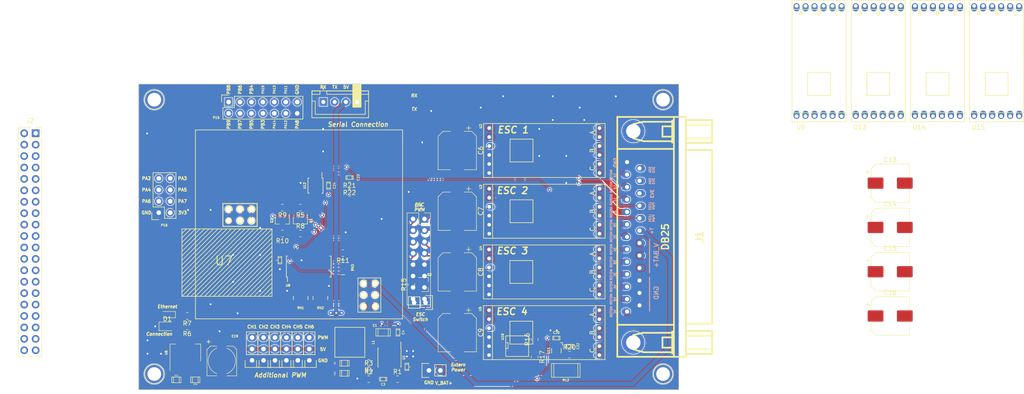
<source format=kicad_pcb>
(kicad_pcb (version 20241229) (generator "pcbnew") (generator_version "9.0")
  (layers (0 "F.Cu" signal) (2 "B.Cu" signal) (13 "F.Paste" user) (15 "B.Paste" user) (5 "F.SilkS" user "F.Silkscreen") (7 "B.SilkS" user "B.Silkscreen") (1 "F.Mask" user) (3 "B.Mask" user) (25 "Edge.Cuts" user))
  (net 0 "")
  (net 1 "GND")
  (net 2 "/V_BAT")
  (net 3 "Net-(U1-SS)")
  (net 4 "Net-(U1-COMP)")
  (net 5 "Net-(C3-Pad2)")
  (net 6 "Net-(U1-SW)")
  (net 7 "Net-(U1-BS)")
  (net 8 "+5V")
  (net 9 "+3V3")
  (net 10 "/SDA_3V3")
  (net 11 "/SDA_5V")
  (net 12 "/SCL_5V")
  (net 13 "/SCL_3V3")
  (net 14 "Net-(D1-A)")
  (net 15 "Net-(D2-K)")
  (net 16 "/MOTOR_1A")
  (net 17 "/MOTOR_1B")
  (net 18 "/MOTOR_1C")
  (net 19 "/MOTOR_2C")
  (net 20 "/MOTOR_2B")
  (net 21 "/MOTOR_2A")
  (net 22 "/MOTOR_3A")
  (net 23 "/MOTOR_3B")
  (net 24 "/MOTOR_3C")
  (net 25 "/MOTOR_4C")
  (net 26 "/MOTOR_4B")
  (net 27 "/MOTOR_4A")
  (net 29 "/T+")
  (net 33 "Net-(P14-P1)")
  (net 34 "Net-(U1-EN)")
  (net 35 "Net-(U1-FB)")
  (net 36 "Net-(U7-Connection_LED)")
  (net 37 "Net-(U7-Ethernet_LED)")
  (net 38 "/RX1")
  (net 39 "/TX1")
  (net 40 "/PWR_SW")
  (net 41 "/CH1")
  (net 42 "/CH2")
  (net 43 "/CH3")
  (net 44 "/CH4")
  (net 45 "/CH5")
  (net 46 "/CH6")
  (net 47 "/PA3")
  (net 48 "/PA2")
  (net 49 "/PA5")
  (net 50 "/PA4")
  (net 51 "/PA7")
  (net 52 "/PA6")
  (net 53 "/PB4")
  (net 54 "/PB5")
  (net 55 "/PB6")
  (net 56 "/PB7")
  (net 57 "/PB8")
  (net 58 "/PB9")
  (net 59 "/PB3")
  (net 60 "/PA15")
  (net 61 "/PA14")
  (net 62 "/PA13")
  (net 63 "/PA12")
  (net 64 "/PA11")
  (net 65 "/PA8")
  (net 66 "/LED2")
  (net 67 "/LED1")
  (net 68 "V_PWR")
  (net 69 "/CH11")
  (net 70 "/CH10")
  (net 71 "/CH7")
  (net 72 "/CH0")
  (net 73 "/V_IN")
  (net 74 "/ADC_I")
  (net 75 "/ADC_V")
  (net 76 "Net-(U8-~{OE})")
  (net 77 "Net-(U10-G)")
  (net 78 "Net-(U11-OUT)")
  (net 79 "Net-(RN1-R2.2)")
  (net 80 "Net-(RN1-R1.2)")
  (net 81 "Net-(RN1-R4.2)")
  (net 82 "Net-(RN1-R3.2)")
  (net 83 "Net-(RN2-R2.2)")
  (net 84 "Net-(RN2-R3.2)")
  (net 85 "Net-(RN2-R1.2)")
  (net 86 "Net-(RN2-R4.2)")
  (net 87 "Net-(RN3-R4.1)")
  (net 88 "Net-(RN3-R2.1)")
  (net 89 "Net-(RN3-R1.1)")
  (net 90 "Net-(RN3-R3.1)")
  (net 93 "/T-")
  (net 97 "Net-(RN4-R4.1)")
  (net 98 "Net-(RN4-R1.1)")
  (net 99 "Net-(RN4-R2.1)")
  (net 100 "Net-(RN4-R3.1)")
  (net 129 "/Brushless DC Controllers/ESC1")
  (net 130 "/Brushless DC Controllers/ESC2")
  (net 131 "/Brushless DC Controllers/ESC3")
  (net 132 "/Brushless DC Controllers/ESC4")
  (net 133 "/Brushless DC Controllers/MOTOR_5B")
  (net 134 "/Brushless DC Controllers/MOTOR_5C")
  (net 135 "/Brushless DC Controllers/MOTOR_5A")
  (net 136 "/Brushless DC Controllers/ESC5")
  (net 137 "/Brushless DC Controllers/MOTOR_6A")
  (net 138 "/Brushless DC Controllers/MOTOR_6C")
  (net 139 "/Brushless DC Controllers/MOTOR_6B")
  (net 140 "/Brushless DC Controllers/ESC6")
  (net 141 "/Brushless DC Controllers/MOTOR_7A")
  (net 142 "/Brushless DC Controllers/MOTOR_7C")
  (net 143 "/Brushless DC Controllers/ESC7")
  (net 144 "/Brushless DC Controllers/MOTOR_7B")
  (net 145 "/Brushless DC Controllers/MOTOR_8A")
  (net 146 "/Brushless DC Controllers/MOTOR_8B")
  (net 147 "/Brushless DC Controllers/ESC8")
  (net 148 "/Brushless DC Controllers/MOTOR_8C")
  (net 149 "/CH15")
  (net 150 "/CH12")
  (net 151 "/CH13")
  (net 152 "/CH14")
  (footprint "LED_SMD:LED_0805_2012Metric_Pad1.15x1.40mm_HandSolder" (layer "F.Cu") (at 86.4 103.9)
    (property "Reference" "D1")
    (property "Value" "LED")
  )
  (footprint "LEDs:LED_0805" (layer "F.Cu") (at 86.4 101.3 180)
    (property "Reference" "D2" (hide yes))
    (property "Value" "LED")
  )
  (footprint "TO_SOT_Packages_SMD:SOT-23" (layer "F.Cu") (at 115.95 80.36765 -90)
    (property "Reference" "Q1")
    (property "Value" "BSS138")
  )
  (footprint "TO_SOT_Packages_SMD:SOT-23" (layer "F.Cu") (at 111.95 80.39 -90)
    (property "Reference" "Q2")
    (property "Value" "BSS138")
  )
  (footprint "Resistors_SMD:R_Array_Concave_4x0603" (layer "F.Cu") (at 116 97.6 90)
    (property "Reference" "RN1")
    (property "Value" "20k")
  )
  (footprint "Resistors_SMD:R_Array_Concave_4x0603" (layer "F.Cu") (at 120.4 97.6 90)
    (property "Reference" "RN2")
    (property "Value" "20k")
  )
  (footprint "Resistors_SMD:R_Array_Concave_4x0603" (layer "F.Cu") (at 125.4 90.8)
    (property "Reference" "RN3")
    (property "Value" "20k")
  )
  (footprint "Housings_SOIC:SOIC-8-1EP_3.9x4.9mm_Pitch1.27mm" (layer "F.Cu") (at 135.735529 110.828505 -90)
    (property "Reference" "U1")
    (property "Value" "mp2307")
  )
  (footprint "footprint:DYS_Mini_ESC" (layer "F.Cu") (at 170.14 64.8 -90)
    (property "Reference" "U2")
    (property "Value" "DYS_mini_ESC")
  )
  (footprint "footprint:DYS_Mini_ESC" (layer "F.Cu") (at 170.14 78.3 -90)
    (property "Reference" "U3")
    (property "Value" "DYS_mini_ESC")
  )
  (footprint "footprint:DYS_Mini_ESC" (layer "F.Cu") (at 170.1 91.8 -90)
    (property "Reference" "U4")
    (property "Value" "DYS_mini_ESC")
  )
  (footprint "footprint:DYS_Mini_ESC" (layer "F.Cu") (at 170.1 105.3 -90)
    (property "Reference" "U5")
    (property "Value" "DYS_mini_ESC")
  )
  (footprint "TO_SOT_Packages_SMD:SOT-223" (layer "F.Cu") (at 90.4 109.75 90)
    (property "Reference" "U6")
    (property "Value" "TLV1117LV33")
  )
  (footprint "footprint:Tenda_p200" (layer "F.Cu") (at 116.18 81.28 180)
    (property "Reference" "U7")
    (property "Value" "TENDA_P200" (hide yes))
  )
  (footprint "Housings_SSOP:TSSOP-28_4.4x9.7mm_Pitch0.65mm" (layer "F.Cu") (at 117.8 90.6 90)
    (property "Reference" "U8")
    (property "Value" "pca9685")
  )
  (footprint "footprint:ASPI-0630LR" (layer "F.Cu") (at 126.923029 107.441005 180)
    (property "Reference" "L1")
    (property "Value" "10uH/4A")
  )
  (footprint "Connectors_JST:JST_XH_B04B-XH-A_04x2.50mm_Straight" (layer "F.Cu") (at 121.05 54)
    (property "Reference" "P2" (hide yes))
    (property "Value" "CONN_01X04")
  )
  (footprint "Connect:1pin" (layer "F.Cu") (at 83.5 53.5)
    (property "Reference" "P4" (hide yes))
    (property "Value" "HOLE")
  )
  (footprint "Connect:1pin" (layer "F.Cu") (at 196.5 53.5)
    (property "Reference" "P5" (hide yes))
    (property "Value" "HOLE")
  )
  (footprint "Connect:1pin" (layer "F.Cu") (at 196.5 114.5)
    (property "Reference" "P6" (hide yes))
    (property "Value" "HOLE")
  )
  (footprint "Connect:1pin" (layer "F.Cu") (at 83.5 114.5)
    (property "Reference" "P7" (hide yes))
    (property "Value" "HOLE")
  )
  (footprint "Socket_Strips:Socket_Strip_Straight_1x02" (layer "F.Cu") (at 144.5 113.7)
    (property "Reference" "P8" (hide yes))
    (property "Value" "CONN_01X02")
  )
  (footprint "Socket_Strips:Socket_Strip_Straight_1x03" (layer "F.Cu") (at 105.22 111.47 90)
    (property "Reference" "P9" (hide yes))
    (property "Value" "CONN_01X03")
  )
  (footprint "Socket_Strips:Socket_Strip_Straight_1x03" (layer "F.Cu") (at 107.76 111.47 90)
    (property "Reference" "P10" (hide yes))
    (property "Value" "CONN_01X03")
  )
  (footprint "Socket_Strips:Socket_Strip_Straight_1x03" (layer "F.Cu") (at 110.3 111.47 90)
    (property "Reference" "P11" (hide yes))
    (property "Value" "CONN_01X03")
  )
  (footprint "Socket_Strips:Socket_Strip_Straight_1x03" (layer "F.Cu") (at 112.84 111.47 90)
    (property "Reference" "P12" (hide yes))
    (property "Value" "CONN_01X03")
  )
  (footprint "Socket_Strips:Socket_Strip_Straight_1x03" (layer "F.Cu") (at 115.38 111.47 90)
    (property "Reference" "P13" (hide yes))
    (property "Value" "CONN_01X03")
  )
  (footprint "Socket_Strips:Socket_Strip_Straight_1x02" (layer "F.Cu") (at 143.74 98.6 180)
    (property "Reference" "P14" (hide yes))
    (property "Value" "CONN_01X02")
  )
  (footprint "TO_SOT_Packages_SMD:SOT-23" (layer "F.Cu") (at 143.6 94.6)
    (property "Reference" "Q3")
    (property "Value" "DMN65D8L")
  )
  (footprint "SMD_Packages:SOIC-8-N" (layer "F.Cu") (at 164.1 108.3)
    (property "Reference" "U10")
    (property "Value" "SI4425DDY")
  )
  (footprint "Socket_Strips:Socket_Strip_Straight_1x03" (layer "F.Cu") (at 117.92 111.47 90)
    (property "Reference" "P18" (hide yes))
    (property "Value" "CONN_01X03")
  )
  (footprint "Socket_Strips:Socket_Strip_Straight_2x07" (layer "F.Cu") (at 100 54)
    (property "Reference" "P15")
    (property "Value" "CONN_02X07")
  )
  (footprint "footprint:DB_25M" (layer "F.Cu") (at 197 84 90)
    (property "Reference" "J1")
    (property "Value" "DB25")
  )
  (footprint "Capacitor_SMD:CP_Elec_8x10" (layer "F.Cu") (at 150.8 64.8 -90)
    (property "Reference" "C6")
    (property "Value" "220uF/25V")
  )
  (footprint "Capacitor_SMD:CP_Elec_8x10" (layer "F.Cu") (at 150.8 78.3 -90)
    (property "Reference" "C7")
    (property "Value" "220uF/25V")
  )
  (footprint "Capacitor_SMD:CP_Elec_8x10" (layer "F.Cu") (at 150.8 91.8 -90)
    (property "Reference" "C8")
    (property "Value" "220uF/25V")
  )
  (footprint "Capacitor_SMD:CP_Elec_8x10" (layer "F.Cu") (at 150.8 105.3 -90)
    (property "Reference" "C9")
    (property "Value" "220uF/25V")
  )
  (footprint "Capacitors_SMD:CP_Elec_6.3x5.8" (layer "F.Cu") (at 98.5 111.6 -90)
    (property "Reference" "C19")
    (property "Value" "220uF/10V")
  )
  (footprint "Socket_Strips:Socket_Strip_Straight_2x04" (layer "F.Cu") (at 84.5 78.62 90)
    (property "Reference" "P16")
    (property "Value" "CONN_02X04")
  )
  (footprint "TO_SOT_Packages_SMD:SC-70-6" (layer "F.Cu") (at 172.8 109.3 180)
    (property "Reference" "U11")
    (property "Value" "INA199A2")
  )
  (footprint "Resistor_SMD:R_0805_2012Metric_Pad1.20x1.40mm_HandSolder" (layer "F.Cu") (at 137.523029 115.641005)
    (property "Reference" "R1")
    (property "Value" "100k")
  )
  (footprint "footprint:r_2512" (layer "F.Cu") (at 174.9 113.7 180)
    (property "Reference" "R12")
    (property "Value" "0.003 %1" (hide yes))
  )
  (footprint "Housings_SSOP:MSOP-10_3x3mm_Pitch0.5mm" (layer "F.Cu") (at 119.3 72.6 -90)
    (property "Reference" "U12")
    (property "Value" "ADS1015")
  )
  (footprint "footprint:c_1206" (layer "F.Cu") (at 134.323029 105.241005)
    (property "Reference" "C1")
    (property "Value" "10uF/25V" (hide yes))
  )
  (footprint "footprint:c_0805" (layer "F.Cu") (at 88.4 115.8)
    (property "Reference" "C11")
    (property "Value" "1uF" (hide yes))
  )
  (footprint "footprint:c_0805" (layer "F.Cu") (at 125.75 114.35 180)
    (property "Reference" "C21")
    (property "Value" "22uF/10V" (hide yes))
  )
  (footprint "footprint:c_0805" (layer "F.Cu") (at 92.6 115.8 180)
    (property "Reference" "C10")
    (property "Value" "1uF" (hide yes))
  )
  (footprint "footprint:c_0805" (layer "F.Cu") (at 125.75 112.1 180)
    (property "Reference" "C5")
    (property "Value" "22uF/10V" (hide yes))
  )
  (footprint "footprint:c_0603" (layer "F.Cu") (at 139.6 112.9 -90)
    (property "Reference" "C2")
    (property "Value" "0.1uF" (hide yes))
  )
  (footprint "footprint:c_0603" (layer "F.Cu") (at 137.623029 105.241005 90)
    (property "Reference" "C4")
    (property "Value" "10nF" (hide yes))
  )
  (footprint "footprint:c_0603" (layer "F.Cu") (at 111.4 89.2 90)
    (property "Reference" "C12")
    (property "Value" "10uF" (hide yes))
  )
  (footprint "footprint:c_0603" (layer "F.Cu") (at 122.2 72.6 -90)
    (property "Reference" "C24")
    (property "Value" "0.1uF" (hide yes))
  )
  (footprint "footprint:c_0603" (layer "F.Cu") (at 126.854696 70.817968 180)
    (property "Reference" "C23")
    (property "Value" "0.1uF" (hide yes))
  )
  (footprint "footprint:c_0603" (layer "F.Cu") (at 175.7 108.3)
    (property "Reference" "C22")
    (property "Value" "1uF" (hide yes))
  )
  (footprint "footprint:c_0603" (layer "F.Cu") (at 172.8 106.5 180)
    (property "Reference" "C20")
    (property "Value" "0.1uF" (hide yes))
  )
  (footprint "footprint:c_0603" (layer "F.Cu") (at 134.323029 115.641005)
    (property "Reference" "C3")
    (property "Value" "3.9nF" (hide yes))
  )
  (footprint "Resistor_SMD:R_0805_2012Metric_Pad1.20x1.40mm_HandSolder" (layer "F.Cu") (at 126.854696 74.217968)
    (property "Reference" "R21")
    (property "Value" "30.1k 1%")
  )
  (footprint "Resistor_SMD:R_0805_2012Metric_Pad1.20x1.40mm_HandSolder" (layer "F.Cu") (at 111.95 77.5 180)
    (property "Reference" "R9")
    (property "Value" "10k")
  )
  (footprint "Resistor_SMD:R_0805_2012Metric_Pad1.20x1.40mm_HandSolder" (layer "F.Cu") (at 111.95 83.25 180)
    (property "Reference" "R10")
    (property "Value" "10k")
  )
  (footprint "Resistor_SMD:R_0805_2012Metric_Pad1.20x1.40mm_HandSolder" (layer "F.Cu") (at 125.4 87.6 180)
    (property "Reference" "R11")
    (property "Value" "10k")
  )
  (footprint "Resistor_SMD:R_0805_2012Metric_Pad1.20x1.40mm_HandSolder" (layer "F.Cu") (at 140.6 94.6 90)
    (property "Reference" "R15")
    (property "Value" "10k")
  )
  (footprint "Resistor_SMD:R_0805_2012Metric_Pad1.20x1.40mm_HandSolder" (layer "F.Cu") (at 168 106.8 90)
    (property "Reference" "R16")
    (property "Value" "10k")
  )
  (footprint "Resistor_SMD:R_0805_2012Metric_Pad1.20x1.40mm_HandSolder" (layer "F.Cu") (at 168 110.7 -90)
    (property "Reference" "R17")
    (property "Value" "1k")
  )
  (footprint "Resistor_SMD:R_0805_2012Metric_Pad1.20x1.40mm_HandSolder" (layer "F.Cu") (at 126.854696 72.517968 180)
    (property "Reference" "R22")
    (property "Value" "10k %1")
  )
  (footprint "Resistor_SMD:R_0805_2012Metric_Pad1.20x1.40mm_HandSolder" (layer "F.Cu") (at 115.95 83.25)
    (property "Reference" "R8")
    (property "Value" "10k")
  )
  (footprint "Resistor_SMD:R_0805_2012Metric_Pad1.20x1.40mm_HandSolder" (layer "F.Cu") (at 90.805 103.9 180)
    (property "Reference" "R6")
    (property "Value" "330")
  )
  (footprint "Resistor_SMD:R_0805_2012Metric_Pad1.20x1.40mm_HandSolder" (layer "F.Cu") (at 115.95 77.5 180)
    (property "Reference" "R5")
    (property "Value" "10k")
  )
  (footprint "Resistor_SMD:R_0805_2012Metric_Pad1.20x1.40mm_HandSolder" (layer "F.Cu") (at 131.123029 112.041005 180)
    (property "Reference" "R4")
    (property "Value" "44.2k 1%")
  )
  (footprint "Resistor_SMD:R_0805_2012Metric_Pad1.20x1.40mm_HandSolder" (layer "F.Cu") (at 131.123029 113.741005)
    (property "Reference" "R3")
    (property "Value" "10k %1")
  )
  (footprint "Resistor_SMD:R_0805_2012Metric_Pad1.20x1.40mm_HandSolder" (layer "F.Cu") (at 131.123029 115.641005)
    (property "Reference" "R2")
    (property "Value" "6.8k")
  )
  (footprint "Resistor_SMD:R_0805_2012Metric_Pad1.20x1.40mm_HandSolder" (layer "F.Cu") (at 175.7 110.2)
    (property "Reference" "R20")
    (property "Value" "3.3k")
  )
  (footprint "footprint:DYS_Mini_ESC" (layer "F.Cu") (at 257.44 44.9)
    (property "Reference" "U14")
    (property "Value" "DYS_mini_ESC")
  )
  (footprint "Capacitor_SMD:CP_Elec_8x10" (layer "F.Cu") (at 246.94 101.6)
    (property "Reference" "C16")
    (property "Value" "220uF/25V")
  )
  (footprint "footprint:DYS_Mini_ESC" (layer "F.Cu") (at 231.14 44.9)
    (property "Reference" "U9")
    (property "Value" "DYS_mini_ESC")
  )
  (footprint "Capacitor_SMD:CP_Elec_8x10" (layer "F.Cu") (at 246.94 72.05)
    (property "Reference" "C13")
    (property "Value" "220uF/25V")
  )
  (footprint "Connector_PinSocket_2.54mm:PinSocket_2x08_P2.54mm_Vertical" (layer "F.Cu") (at 143.51 80.01)
    (property "Reference" "P1")
    (property "Value" "BDLC Enable")
  )
  (footprint "Resistor_SMD:R_0805_2012Metric_Pad1.20x1.40mm_HandSolder" (layer "F.Cu") (at 90.805 101.6 180)
    (property "Reference" "R7")
    (property "Value" "330")
  )
  (footprint "Capacitor_SMD:CP_Elec_8x10" (layer "F.Cu") (at 246.94 81.9)
    (property "Reference" "C14")
    (property "Value" "220uF/25V")
  )
  (footprint "footprint:DYS_Mini_ESC" (layer "F.Cu") (at 270.59 44.9)
    (property "Reference" "U15")
    (property "Value" "DYS_mini_ESC")
  )
  (footprint "Connector_PinSocket_2.54mm:PinSocket_2x20_P2.54mm_Vertical" (layer "F.Cu") (at 57.15 60.96)
    (property "Reference" "J2")
    (property "Value" "Raspberry_Pi_2_3")
  )
  (footprint "footprint:DYS_Mini_ESC" (layer "F.Cu") (at 244.29 44.9)
    (property "Reference" "U13")
    (property "Value" "DYS_mini_ESC")
  )
  (footprint "Capacitor_SMD:CP_Elec_8x10" (layer "F.Cu") (at 246.94 91.75)
    (property "Reference" "C15")
    (property "Value" "220uF/25V")
  )
  (gr_line (start 193.5 93) (end 193.5 100.5) (stroke (width 0.2)) (layer "B.SilkS"))
  (gr_line (start 193.5 84.5) (end 193.5 92) (stroke (width 0.2)) (layer "B.SilkS"))
  (gr_line (start 200 50) (end 200 118) (stroke (width 0.15)) (layer "Edge.Cuts"))
  (gr_line (start 200 118) (end 80 118) (stroke (width 0.15)) (layer "Edge.Cuts"))
  (gr_line (start 80 118) (end 80 50) (stroke (width 0.15)) (layer "Edge.Cuts"))
  (gr_line (start 80 50) (end 200 50) (stroke (width 0.15)) (layer "Edge.Cuts"))
  (gr_text "PA2" (at 81.75 71 0) (layer "F.SilkS") (effects (font (size 0.7 0.7) (thickness 0.175))))
  (gr_text "PA4" (at 81.75 73.54 0) (layer "F.SilkS") (effects (font (size 0.7 0.7) (thickness 0.175))))
  (gr_text "PA6" (at 81.75 76.08 0) (layer "F.SilkS") (effects (font (size 0.7 0.7) (thickness 0.175))))
  (gr_text "GND" (at 81.75 78.62 0) (layer "F.SilkS") (effects (font (size 0.7 0.7) (thickness 0.175))))
  (gr_text "PA7" (at 89.75 76.08 0) (layer "F.SilkS") (effects (font (size 0.7 0.7) (thickness 0.175))))
  (gr_text "3V3" (at 89.75 78.62 0) (layer "F.SilkS") (effects (font (size 0.7 0.7) (thickness 0.175))))
  (gr_text "PA3" (at 89.75 71 0) (layer "F.SilkS") (effects (font (size 0.7 0.7) (thickness 0.175))))
  (gr_text "PA5" (at 89.75 73.54 0) (layer "F.SilkS") (effects (font (size 0.7 0.7) (thickness 0.175))))
  (gr_text "PB8" (at 100 51.25 90) (layer "F.SilkS") (effects (font (size 0.7 0.7) (thickness 0.175))))
  (gr_text "PB6" (at 102.54 51.25 90) (layer "F.SilkS") (effects (font (size 0.7 0.7) (thickness 0.175))))
  (gr_text "PB4" (at 105.08 51.25 90) (layer "F.SilkS") (effects (font (size 0.7 0.7) (thickness 0.175))))
  (gr_text "PA15" (at 107.62 51.25 90) (layer "F.SilkS") (effects (font (size 0.5 0.5) (thickness 0.125))))
  (gr_text "PA13" (at 110.16 51.25 90) (layer "F.SilkS") (effects (font (size 0.5 0.5) (thickness 0.125))))
  (gr_text "PA11" (at 112.7 51.25 90) (layer "F.SilkS") (effects (font (size 0.5 0.5) (thickness 0.125))))
  (gr_text "GND" (at 115.24 51.25 90) (layer "F.SilkS") (effects (font (size 0.7 0.7) (thickness 0.175))))
  (gr_text "PA8" (at 115.24 59 90) (layer "F.SilkS") (effects (font (size 0.7 0.7) (thickness 0.175))))
  (gr_text "PB5" (at 105.08 59 90) (layer "F.SilkS") (effects (font (size 0.7 0.7) (thickness 0.175))))
  (gr_text "PB9" (at 100 59 90) (layer "F.SilkS") (effects (font (size 0.7 0.7) (thickness 0.175))))
  (gr_text "PA12" (at 112.7 59 90) (layer "F.SilkS") (effects (font (size 0.5 0.5) (thickness 0.125))))
  (gr_text "PB3" (at 107.62 59 90) (layer "F.SilkS") (effects (font (size 0.7 0.7) (thickness 0.175))))
  (gr_text "PA14" (at 110.16 59 90) (layer "F.SilkS") (effects (font (size 0.5 0.5) (thickness 0.125))))
  (gr_text "PB7" (at 102.54 59 90) (layer "F.SilkS") (effects (font (size 0.7 0.7) (thickness 0.175))))
  (gr_text "5V" (at 126.1 50.7 0) (layer "F.SilkS") (effects (font (size 0.7 0.7) (thickness 0.175))))
  (gr_text "RX" (at 121 50.7 0) (layer "F.SilkS") (effects (font (size 0.7 0.7) (thickness 0.175))))
  (gr_text "TX" (at 123.6 50.7 0) (layer "F.SilkS") (effects (font (size 0.7 0.7) (thickness 0.175))))
  (gr_text "Extern\nPower" (at 151 113 0) (layer "F.SilkS") (effects (font (size 0.7 0.7) (thickness 0.175) (italic yes))))
  (gr_text "ESC\nSwitch" (at 142.6 101.8 0) (layer "F.SilkS") (effects (font (size 0.7 0.7) (thickness 0.175) (italic yes))))
  (gr_text "GND" (at 144.5 116.4 0) (layer "F.SilkS") (effects (font (size 0.7 0.7) (thickness 0.175))))
  (gr_text "V_BAT+" (at 147.8 116.5 0) (layer "F.SilkS") (effects (font (size 0.7 0.7) (thickness 0.175))))
  (gr_text "CH1" (at 105.22 104 0) (layer "F.SilkS") (effects (font (size 0.7 0.7) (thickness 0.175))))
  (gr_text "CH2" (at 107.76 104 0) (layer "F.SilkS") (effects (font (size 0.7 0.7) (thickness 0.175))))
  (gr_text "CH3" (at 110.3 104 0) (layer "F.SilkS") (effects (font (size 0.7 0.7) (thickness 0.175))))
  (gr_text "CH4" (at 112.84 104 0) (layer "F.SilkS") (effects (font (size 0.7 0.7) (thickness 0.175))))
  (gr_text "CH5" (at 115.38 104 0) (layer "F.SilkS") (effects (font (size 0.7 0.7) (thickness 0.175))))
  (gr_text "CH6" (at 117.92 104 0) (layer "F.SilkS") (effects (font (size 0.7 0.7) (thickness 0.175))))
  (gr_text "5V" (at 120.95 109 0) (layer "F.SilkS") (effects (font (size 0.7 0.7) (thickness 0.175))))
  (gr_text "GND" (at 120.95 111.5 0) (layer "F.SilkS") (effects (font (size 0.7 0.7) (thickness 0.175))))
  (gr_text "Additional PWM" (at 111.5 114.75 0) (layer "F.SilkS") (effects (font (size 1 1) (thickness 0.2) (italic yes))))
  (gr_text "PWM" (at 120.95 106.39 0) (layer "F.SilkS") (effects (font (size 0.7 0.7) (thickness 0.175))))
  (gr_text "Ethernet" (at 86.4 99.5 0) (layer "F.SilkS") (effects (font (size 0.7 0.7) (thickness 0.175) (italic yes))))
  (gr_text "Connection" (at 84.6 105.6 0) (layer "F.SilkS") (effects (font (size 0.7 0.7) (thickness 0.175) (italic yes))))
  (gr_text "RX" (at 141.2 52.6 0) (layer "F.SilkS") (effects (font (size 0.7 0.7) (thickness 0.175) (italic yes))))
  (gr_text "TX" (at 141.2 55.6 0) (layer "F.SilkS") (effects (font (size 0.7 0.7) (thickness 0.175) (italic yes))))
  (gr_text "Serial Connection" (at 128.75 59 0) (layer "F.SilkS") (effects (font (size 1 1) (thickness 0.2) (italic yes))))
  (gr_text "ESC\nPWM" (at 142.4 77.4 0) (layer "F.SilkS") (effects (font (size 0.7 0.7) (thickness 0.175) (italic yes))))
  (gr_text "ESC 4" (at 162.9 100.6 0) (layer "F.SilkS") (effects (font (size 1.5 1.5) (thickness 0.3) (italic yes))))
  (gr_text "ESC 3" (at 163 87.1 0) (layer "F.SilkS") (effects (font (size 1.5 1.5) (thickness 0.3) (italic yes))))
  (gr_text "ESC 2" (at 163 73.7 0) (layer "F.SilkS") (effects (font (size 1.5 1.5) (thickness 0.3) (italic yes))))
  (gr_text "ESC 1" (at 163.2 60.2 0) (layer "F.SilkS") (effects (font (size 1.5 1.5) (thickness 0.3) (italic yes))))
  (gr_text "MOTOR\n1A" (at 185.4 70.284 90) (layer "B.SilkS") (effects (font (size 0.5 0.5) (thickness 0.125)) (justify mirror)))
  (gr_text "MOTOR\n1B" (at 185.4 72.951 90) (layer "B.SilkS") (effects (font (size 0.5 0.5) (thickness 0.125)) (justify mirror)))
  (gr_text "MOTOR\n1C" (at 185.4 75.745 90) (layer "B.SilkS") (effects (font (size 0.5 0.5) (thickness 0.125)) (justify mirror)))
  (gr_text "MOTOR\n2A" (at 185.4 78.539 90) (layer "B.SilkS") (effects (font (size 0.5 0.5) (thickness 0.125)) (justify mirror)))
  (gr_text "MOTOR\n2B" (at 185.4 81.333 90) (layer "B.SilkS") (effects (font (size 0.5 0.5) (thickness 0.125)) (justify mirror)))
  (gr_text "MOTOR\n2C" (at 185.4 84 90) (layer "B.SilkS") (effects (font (size 0.5 0.5) (thickness 0.125)) (justify mirror)))
  (gr_text "MOTOR\n3A" (at 185.4 86.794 90) (layer "B.SilkS") (effects (font (size 0.5 0.5) (thickness 0.125)) (justify mirror)))
  (gr_text "MOTOR\n3B" (at 185.4 89.588 90) (layer "B.SilkS") (effects (font (size 0.5 0.5) (thickness 0.125)) (justify mirror)))
  (gr_text "MOTOR\n3C" (at 185.4 92.382 90) (layer "B.SilkS") (effects (font (size 0.5 0.5) (thickness 0.125)) (justify mirror)))
  (gr_text "MOTOR\n4A" (at 185.4 95.049 90) (layer "B.SilkS") (effects (font (size 0.5 0.5) (thickness 0.125)) (justify mirror)))
  (gr_text "MOTOR\n4B" (at 185.4 97.843 90) (layer "B.SilkS") (effects (font (size 0.5 0.5) (thickness 0.125)) (justify mirror)))
  (gr_text "MOTOR\n4C" (at 185.4 100.637 90) (layer "B.SilkS") (effects (font (size 0.5 0.5) (thickness 0.125)) (justify mirror)))
  (gr_text "SDA\n3V3" (at 194 69.0648 90) (layer "B.SilkS") (effects (font (size 0.5 0.5) (thickness 0.125)) (justify mirror)))
  (gr_text "SDA\n3V3" (at 194 71.6048 90) (layer "B.SilkS") (effects (font (size 0.5 0.5) (thickness 0.125)) (justify mirror)))
  (gr_text "3V3" (at 194.1 74.3988 90) (layer "B.SilkS") (effects (font (size 0.7 0.7) (thickness 0.175)) (justify mirror)))
  (gr_text "LED2\nPWM" (at 194 77.142 90) (layer "B.SilkS") (effects (font (size 0.5 0.5) (thickness 0.125)) (justify mirror)))
  (gr_text "LED1\nPWM" (at 194 79.8852 90) (layer "B.SilkS") (effects (font (size 0.5 0.5) (thickness 0.125)) (justify mirror)))
  (gr_text "V_BAT+" (at 195 88.1656 90) (layer "B.SilkS") (effects (font (size 1 1) (thickness 0.175)) (justify mirror)))
  (gr_text "GND" (at 195 96.446 90) (layer "B.SilkS") (effects (font (size 1 1) (thickness 0.175)) (justify mirror)))
  (gr_text "T+" (at 194 82.6792 90) (layer "B.SilkS") (effects (font (size 0.7 0.7) (thickness 0.175)) (justify mirror)))
  (gr_text "GND" (at 185.9 67.49 90) (layer "B.SilkS") (effects (font (size 0.7 0.7) (thickness 0.175)) (justify mirror)))
  (segment (start 107 96) (end 102 101) (width 0.25) (layer "F.Cu") (net 1))
  (segment (start 119.8 70.4) (end 119.3 70.4) (width 0.25) (layer "F.Cu") (net 1))
  (segment (start 145.75 55.25) (end 156 55.25) (width 0.25) (layer "F.Cu") (net 1))
  (segment (start 115.525 93.45) (end 114.875 93.45) (width 0.2) (layer "F.Cu") (net 1))
  (segment (start 113.475 90.65) (end 112.075 90.65) (width 0.3) (layer "F.Cu") (net 1))
  (segment (start 128.600006 115.450006) (end 128.600006 115.5) (width 0.25) (layer "F.Cu") (net 1))
  (segment (start 116.175 93.45) (end 115.525 93.45) (width 0.2) (layer "F.Cu") (net 1))
  (segment (start 112.075 90.65) (end 111.4 89.975) (width 0.3) (layer "F.Cu") (net 1))
  (segment (start 127.5 114.35) (end 128.600006 115.450006) (width 0.25) (layer "F.Cu") (net 1))
  (segment (start 107 96) (end 107 88) (width 0.25) (layer "F.Cu") (net 1))
  (segment (start 127.606536 70.817968) (end 127.606536 70.067588) (width 0.25) (layer "F.Cu") (net 1))
  (segment (start 135.148029 110.241005) (end 135.148029 111.416005) (width 1) (layer "F.Cu") (net 1))
  (segment (start 120.3 70.4) (end 119.8 70.4) (width 0.25) (layer "F.Cu") (net 1))
  (segment (start 85.3 103.9) (end 83.7 103.9) (width 0.25) (layer "F.Cu") (net 1))
  (segment (start 100 80.4) (end 98.4 80.4) (width 0.25) (layer "F.Cu") (net 1))
  (segment (start 116.175 87.75) (end 116.175 89.175) (width 0.25) (layer "F.Cu") (net 1))
  (segment (start 172.8 108.35004) (end 173.45024 108.35004) (width 0.25) (layer "F.Cu") (net 1))
  (segment (start 115.525 88.6) (end 113.475 90.65) (width 0.3) (layer "F.Cu") (net 1))
  (segment (start 140 74) (end 143 71) (width 0.25) (layer "F.Cu") (net 1))
  (segment (start 115.525 87.75) (end 115.525 88.6) (width 0.3) (layer "F.Cu") (net 1))
  (segment (start 127.606536 70.067588) (end 128 69.674124) (width 0.25) (layer "F.Cu") (net 1))
  (segment (start 128 66) (end 127 65) (width 0.25) (layer "F.Cu") (net 1))
  (segment (start 122.025 93.45) (end 122.025 94.625) (width 0.2) (layer "F.Cu") (net 1))
  (segment (start 143 71) (end 143 63) (width 0.25) (layer "F.Cu") (net 1))
  (segment (start 136.323029 111.416005) (end 136.323029 110.241005) (width 1) (layer "F.Cu") (net 1))
  (segment (start 100 87.000006) (end 100.999994 88) (width 0.25) (layer "F.Cu") (net 1))
  (segment (start 114.875 93.45) (end 114.225 93.45) (width 0.2) (layer "F.Cu") (net 1))
  (segment (start 85.45 110) (end 85 110) (width 0.25) (layer "F.Cu") (net 1))
  (segment (start 179 58) (end 172 58) (width 0.25) (layer "F.Cu") (net 1))
  (segment (start 134 80) (end 140 74) (width 0.25) (layer "F.Cu") (net 1))
  (segment (start 173.45024 108.35004) (end 174.89812 108.35004) (width 0.25) (layer "F.Cu") (net 1))
  (segment (start 116.15184 71.84816) (end 116 72) (width 0.25) (layer "F.Cu") (net 1))
  (segment (start 126 75.59736) (end 126 83) (width 0.25) (layer "F.Cu") (net 1))
  (segment (start 122.2 71.84816) (end 116.15184 71.84816) (width 0.25) (layer "F.Cu") (net 1))
  (segment (start 175 72) (end 169 66) (width 0.25) (layer "F.Cu") (net 1))
  (segment (start 98.4 80.4) (end 96 78) (width 0.25) (layer "F.Cu") (net 1))
  (segment (start 135.148029 111.416005) (end 136.323029 111.416005) (width 1) (layer "F.Cu") (net 1))
  (segment (start 113.575 93.45) (end 113.575 95.425) (width 0.25) (layer "F.Cu") (net 1))
  (segment (start 96 99) (end 101 94) (width 0.25) (layer "F.Cu") (net 1))
  (segment (start 88.1 112.65) (end 85.45 110) (width 0.25) (layer "F.Cu") (net 1))
  (segment (start 173.55184 105.45184) (end 172.9 104.8) (width 0.25) (layer "F.Cu") (net 1))
  (segment (start 172 52.75) (end 186 52.75) (width 0.25) (layer "F.Cu") (net 1))
  (segment (start 126.75 114.35) (end 127.5 114.35) (width 0.25) (layer "F.Cu") (net 1))
  (segment (start 81.95 62.55) (end 81.95 61.050002) (width 0.2) (layer "F.Cu") (net 1))
  (segment (start 128 69.674124) (end 128 66) (width 0.25) (layer "F.Cu") (net 1))
  (segment (start 114.225 93.45) (end 113.575 93.45) (width 0.2) (layer "F.Cu") (net 1))
  (segment (start 81.95 61.050002) (end 81.899998 61) (width 0.2) (layer "F.Cu") (net 1))
  (segment (start 145 56) (end 145.75 55.25) (width 0.25) (layer "F.Cu") (net 1))
  (segment (start 100 80.4) (end 100 87.000006) (width 0.25) (layer "F.Cu") (net 1))
  (segment (start 116.175 89.175) (end 116.2 89.2) (width 0.25) (layer "F.Cu") (net 1))
  (segment (start 113.575 95.425) (end 113 96) (width 0.25) (layer "F.Cu") (net 1))
  (segment (start 127 65) (end 121 65) (width 0.25) (layer "F.Cu") (net 1))
  (segment (start 173.55184 106.5) (end 173.55184 105.45184) (width 0.25) (layer "F.Cu") (net 1))
  (segment (start 169 60) (end 175 66) (width 0.25) (layer "F.Cu") (net 1))
  (segment (start 139.6 109.4) (end 141 109.4) (width 0.3) (layer "F.Cu") (net 1))
  (segment (start 122.025 94.625) (end 122.3 94.9) (width 0.2) (layer "F.Cu") (net 1))
  (segment (start 111.4 89.95) (end 111.4 91.2) (width 0.2) (layer "F.Cu") (net 1))
  (segment (start 82 110) (end 82 107) (width 0.25) (layer "F.Cu") (net 1))
  (segment (start 139.6 112.15) (end 139.6 110.6) (width 0.3) (layer "F.Cu") (net 1))
  (via (at 172 52.75) (size 0.8) (drill 0.4) (layers "F.Cu" "B.Cu") (net 1))
  (via (at 121 65) (size 0.8) (drill 0.4) (layers "F.Cu" "B.Cu") (net 1))
  (via (at 172 58) (size 0.8) (drill 0.4) (layers "F.Cu" "B.Cu") (net 1))
  (via (at 113 96) (size 0.8) (drill 0.4) (layers "F.Cu" "B.Cu") (net 1))
  (via (at 143 63) (size 0.8) (drill 0.4) (layers "F.Cu" "B.Cu") (net 1))
  (via (at 100.999994 88) (size 0.8) (drill 0.4) (layers "F.Cu" "B.Cu") (net 1))
  (via (at 156 55.25) (size 0.8) (drill 0.4) (layers "F.Cu" "B.Cu") (net 1))
  (via (at 139.6 109.4) (size 0.8) (drill 0.4) (layers "F.Cu" "B.Cu") (net 1))
  (via (at 177.999998 55.25) (size 0.8) (drill 0.4) (layers "F.Cu" "B.Cu") (net 1))
  (via (at 81.899998 61) (size 0.8) (drill 0.4) (layers "F.Cu" "B.Cu") (net 1))
  (via (at 134 80) (size 0.8) (drill 0.4) (layers "F.Cu" "B.Cu") (net 1))
  (via (at 116 72) (size 0.8) (drill 0.4) (layers "F.Cu" "B.Cu") (net 1))
  (via (at 171.5 104.8) (size 0.8) (drill 0.4) (layers "F.Cu" "B.Cu") (net 1))
  (via (at 96 99) (size 0.8) (drill 0.4) (layers "F.Cu" "B.Cu") (net 1))
  (via (at 82 107) (size 0.8) (drill 0.4) (layers "F.Cu" "B.Cu") (net 1))
  (via (at 175 66) (size 0.8) (drill 0.4) (layers "F.Cu" "B.Cu") (net 1))
  (via (at 121 60) (size 0.8) (drill 0.4) (layers "F.Cu" "B.Cu") (net 1))
  (via (at 107 88) (size 0.8) (drill 0.4) (layers "F.Cu" "B.Cu") (net 1))
  (via (at 140 74) (size 0.8) (drill 0.4) (layers "F.Cu" "B.Cu") (net 1))
  (via (at 128.600006 115.5) (size 0.8) (drill 0.4) (layers "F.Cu" "B.Cu") (net 1))
  (via (at 98 105) (size 0.8) (drill 0.4) (layers "F.Cu" "B.Cu") (net 1))
  (via (at 186 52.75) (size 0.8) (drill 0.4) (layers "F.Cu" "B.Cu") (net 1))
  (via (at 175 72) (size 0.8) (drill 0.4) (layers "F.Cu" "B.Cu") (net 1))
  (via (at 107 96) (size 0.8) (drill 0.4) (layers "F.Cu" "B.Cu") (net 1))
  (via (at 141 109.4) (size 0.8) (drill 0.4) (layers "F.Cu" "B.Cu") (net 1))
  (via (at 96 78) (size 0.8) (drill 0.4) (layers "F.Cu" "B.Cu") (net 1))
  (via (at 126 83) (size 0.8) (drill 0.4) (layers "F.Cu" "B.Cu") (net 1))
  (via (at 161 52.75) (size 0.8) (drill 0.4) (layers "F.Cu" "B.Cu") (net 1))
  (via (at 82 110) (size 0.8) (drill 0.4) (layers "F.Cu" "B.Cu") (net 1))
  (via (at 169 60) (size 0.8) (drill 0.4) (layers "F.Cu" "B.Cu") (net 1))
  (via (at 102 101) (size 0.8) (drill 0.4) (layers "F.Cu" "B.Cu") (net 1))
  (via (at 179 58) (size 0.8) (drill 0.4) (layers "F.Cu" "B.Cu") (net 1))
  (via (at 145 56) (size 0.8) (drill 0.4) (layers "F.Cu" "B.Cu") (net 1))
  (via (at 141 110.6) (size 0.8) (drill 0.4) (layers "F.Cu" "B.Cu") (net 1))
  (via (at 172.9 104.8) (size 0.8) (drill 0.4) (layers "F.Cu" "B.Cu") (net 1))
  (via (at 91 78) (size 0.8) (drill 0.4) (layers "F.Cu" "B.Cu") (net 1))
  (via (at 139.6 110.6) (size 0.8) (drill 0.4) (layers "F.Cu" "B.Cu") (net 1))
  (via (at 85 110) (size 0.8) (drill 0.4) (layers "F.Cu" "B.Cu") (net 1))
  (via (at 122.3 94.9) (size 0.8) (drill 0.4) (layers "F.Cu" "B.Cu") (net 1))
  (via (at 83.7 103.9) (size 0.8) (drill 0.4) (layers "F.Cu" "B.Cu") (net 1))
  (via (at 169 66) (size 0.8) (drill 0.4) (layers "F.Cu" "B.Cu") (net 1))
  (via (at 116.2 89.2) (size 0.8) (drill 0.4) (layers "F.Cu" "B.Cu") (net 1))
  (via (at 111.4 91.2) (size 0.8) (drill 0.4) (layers "F.Cu" "B.Cu") (net 1))
  (via (at 107 82) (size 0.8) (drill 0.4) (layers "F.Cu" "B.Cu") (net 1))
  (via (at 101 94) (size 0.8) (drill 0.4) (layers "F.Cu" "B.Cu") (net 1))
  (segment (start 121 65) (end 121 60) (width 0.25) (layer "B.Cu") (net 1))
  (segment (start 156.25 55) (end 156.5 55.25) (width 0.25) (layer "B.Cu") (net 1))
  (segment (start 143 58) (end 145 56) (width 0.25) (layer "B.Cu") (net 1))
  (segment (start 169 66) (end 169 60) (width 0.25) (layer "B.Cu") (net 1))
  (segment (start 172 58) (end 175 61) (width 0.25) (layer "B.Cu") (net 1))
  (segment (start 172.9 104.8) (end 171.5 104.8) (width 0.25) (layer "B.Cu") (net 1))
  (segment (start 100.999994 93.999994) (end 101 94) (width 0.25) (layer "B.Cu") (net 1))
  (segment (start 156.5 55.25) (end 177.999998 55.25) (width 0.25) (layer "B.Cu") (net 1))
  (segment (start 186 64.87708) (end 186 52.75) (width 0.25) (layer "B.Cu") (net 1))
  (segment (start 156 55.25) (end 177.999998 55.25) (width 0.25) (layer "B.Cu") (net 1))
  (segment (start 175 66) (end 175 61) (width 0.25) (layer "B.Cu") (net 1))
  (segment (start 107 88) (end 107 82) (width 0.25) (layer "B.Cu") (net 1))
  (segment (start 175 79) (end 175 72) (width 0.25) (layer "B.Cu") (net 1))
  (segment (start 161 52.75) (end 172 52.75) (width 0.25) (layer "B.Cu") (net 1))
  (segment (start 139.6 110.6) (end 139.6 109.4) (width 0.3) (layer "B.Cu") (net 1))
  (segment (start 102 101) (end 98 105) (width 0.25) (layer "B.Cu") (net 1))
  (segment (start 100.999994 88) (end 100.999994 93.999994) (width 0.25) (layer "B.Cu") (net 1))
  (segment (start 113 96) (end 107 96) (width 0.25) (layer "B.Cu") (net 1))
  (segment (start 186 62) (end 186 52.75) (width 0.25) (layer "B.Cu") (net 1))
  (segment (start 143 63) (end 143 58) (width 0.25) (layer "B.Cu") (net 1))
  (segment (start 188.5037 67.38078) (end 186 64.87708) (width 0.25) (layer "B.Cu") (net 1))
  (segment (start 141 109.4) (end 141 110.6) (width 0.3) (layer "B.Cu") (net 1))
  (segment (start 172.9 104.8) (end 172.9 81.1) (width 0.25) (layer "B.Cu") (net 1))
  (segment (start 85 110) (end 82 110) (width 0.25) (layer "B.Cu") (net 1))
  (segment (start 126 83) (end 131 83) (width 0.25) (layer "B.Cu") (net 1))
  (segment (start 134 80) (end 131 83) (width 0.25) (layer "B.Cu") (net 1))
  (segment (start 172.9 81.1) (end 175 79) (width 0.25) (layer "B.Cu") (net 1))
  (segment (start 96 78) (end 91 78) (width 0.25) (layer "B.Cu") (net 1))
  (segment (start 136.523029 115.641005) (end 137.722024 116.84) (width 0.25) (layer "F.Cu") (net 2))
  (segment (start 163.4 113.7) (end 147.04 113.7) (width 2) (layer "F.Cu") (net 2))
  (segment (start 147.04 113.04) (end 147.04 113.7) (width 1) (layer "F.Cu") (net 2))
  (segment (start 172.14976 111.15024) (end 171.8 111.5) (width 0.25) (layer "F.Cu") (net 2))
  (segment (start 140 103.6) (end 140 106) (width 1) (layer "F.Cu") (net 2))
  (segment (start 163.465 111.475) (end 163.465 113.635) (width 1) (layer "F.Cu") (net 2))
  (segment (start 168 107.8) (end 170.44996 110.24996) (width 0.25) (layer "F.Cu") (net 2))
  (segment (start 163.465 113.635) (end 163.4 113.7) (width 1) (layer "F.Cu") (net 2))
  (segment (start 170.44996 110.24996) (end 172.14976 110.24996) (width 0.25) (layer "F.Cu") (net 2))
  (segment (start 171.8 111.5) (end 171.8 113.7) (width 0.25) (layer "F.Cu") (net 2))
  (segment (start 140 106) (end 147.04 113.04) (width 1) (layer "F.Cu") (net 2))
  (segment (start 135.720029 107.478005) (end 136.370529 108.128505) (width 0.25) (layer "F.Cu") (net 2))
  (segment (start 136.9 102) (end 138.4 102) (width 1) (layer "F.Cu") (net 2))
  (segment (start 172.14976 110.24996) (end 172.14976 111.15024) (width 0.25) (layer "F.Cu") (net 2))
  (segment (start 143.9 116.84) (end 147.04 113.7) (width 0.25) (layer "F.Cu") (net 2))
  (segment (start 137.722024 116.84) (end 143.9 116.84) (width 0.25) (layer "F.Cu") (net 2))
  (segment (start 135.823029 105.241005) (end 135.823029 103.076971) (width 1) (layer "F.Cu") (net 2))
  (segment (start 135.720029 105.241005) (end 135.720029 107.478005) (width 0.25) (layer "F.Cu") (net 2))
  (segment (start 170 113.7) (end 171.8 113.7) (width 2) (layer "F.Cu") (net 2))
  (segment (start 170 113.7) (end 163.4 113.7) (width 2) (layer "F.Cu") (net 2))
  (segment (start 138.4 102) (end 140 103.6) (width 1) (layer "F.Cu") (net 2))
  (segment (start 135.823029 103.076971) (end 136.9 102) (width 1) (layer "F.Cu") (net 2))
  (segment (start 137.640529 113.528505) (end 139.478505 113.528505) (width 0.6) (layer "F.Cu") (net 3))
  (segment (start 135.100529 113.528505) (end 135.100529 115.615345) (width 0.25) (layer "F.Cu") (net 4))
  (segment (start 135.100529 115.615345) (end 135.074869 115.641005) (width 0.25) (layer "F.Cu") (net 4))
  (segment (start 132.697833 111.065005) (end 132.999029 111.366201) (width 0.25) (layer "F.Cu") (net 5))
  (segment (start 132.999029 115.068845) (end 133.571189 115.641005) (width 0.25) (layer "F.Cu") (net 5))
  (segment (start 129.548225 111.065005) (end 132.697833 111.065005) (width 0.25) (layer "F.Cu") (net 5))
  (segment (start 130.123029 115.641005) (end 129.247029 114.765005) (width 0.25) (layer "F.Cu") (net 5))
  (segment (start 132.999029 111.366201) (end 132.999029 115.068845) (width 0.25) (layer "F.Cu") (net 5))
  (segment (start 129.247029 114.765005) (end 129.247029 111.366201) (width 0.25) (layer "F.Cu") (net 5))
  (segment (start 129.247029 111.366201) (end 129.548225 111.065005) (width 0.25) (layer "F.Cu") (net 5))
  (segment (start 135.100529 108.128505) (end 135.100529 107.200529) (width 0.6) (layer "F.Cu") (net 6))
  (segment (start 134.3 106.4) (end 134.3 103.617976) (width 0.6) (layer "F.Cu") (net 6))
  (segment (start 135.100529 107.200529) (end 134.3 106.4) (width 0.6) (layer "F.Cu") (net 6))
  (segment (start 134.3 103.617976) (end 134.023029 103.341005) (width 0.6) (layer "F.Cu") (net 6))
  (segment (start 131.223029 103.341005) (end 129.948029 104.616005) (width 0.6) (layer "F.Cu") (net 6))
  (segment (start 129.948029 104.616005) (end 129.948029 107.441005) (width 0.6) (layer "F.Cu") (net 6))
  (segment (start 137.623029 104.491005) (end 137.623029 103.341005) (width 0.6) (layer "F.Cu") (net 6))
  (segment (start 134.023029 103.341005) (end 131.223029 103.341005) (width 0.6) (layer "F.Cu") (net 6))
  (via (at 134.023029 103.341005) (size 0.8) (drill 0.4) (layers "F.Cu" "B.Cu") (net 6))
  (via (at 137.623029 103.341005) (size 0.8) (drill 0.4) (layers "F.Cu" "B.Cu") (net 6))
  (segment (start 137.623029 103.341005) (end 134.023029 103.341005) (width 0.6) (layer "B.Cu") (net 6))
  (segment (start 137.640529 106.010345) (end 137.623029 105.992845) (width 0.25) (layer "F.Cu") (net 7))
  (segment (start 137.640529 108.128505) (end 137.640529 106.010345) (width 0.25) (layer "F.Cu") (net 7))
  (segment (start 91.6 115.8) (end 91.6 114.9) (width 0.5) (layer "F.Cu") (net 8))
  (segment (start 172.14976 108.35004) (end 172.14976 107.72539) (width 0.25) (layer "F.Cu") (net 8))
  (segment (start 125.25 110.35) (end 124.75 110.85) (width 0.6) (layer "F.Cu") (net 8))
  (segment (start 113.575 87.75) (end 113.575 89.375) (width 0.3) (layer "F.Cu") (net 8))
  (segment (start 122.2 74.6) (end 122.2 73.35184) (width 0.25) (layer "F.Cu") (net 8))
  (segment (start 121.258995 107.841005) (end 120.17 108.93) (width 1) (layer "F.Cu") (net 8))
  (segment (start 105.22 108.93) (end 98.53 108.93) (width 1) (layer "F.Cu") (net 8))
  (segment (start 92.5 114.6) (end 92.7 114.4) (width 0.5) (layer "F.Cu") (net 8))
  (segment (start 172.04816 107.62379) (end 172.04816 106.5) (width 0.25) (layer "F.Cu") (net 8))
  (segment (start 124.75 110.85) (end 124.75 112.1) (width 0.6) (layer "F.Cu") (net 8))
  (segment (start 119.3 73.85) (end 119.3 74.8) (width 0.25) (layer "F.Cu") (net 8))
  (segment (start 91.9 114.6) (end 92.5 114.6) (width 0.5) (layer "F.Cu") (net 8))
  (segment (start 120.17 108.93) (end 117.92 108.93) (width 1) (layer "F.Cu") (net 8))
  (segment (start 168.5 115.5) (end 164.5 115.5) (width 0.25) (layer "F.Cu") (net 8))
  (segment (start 95.4 112) (end 94.5 112.9) (width 1) (layer "F.Cu") (net 8))
  (segment (start 98.5 108.9) (end 96.7 108.9) (width 1) (layer "F.Cu") (net 8))
  (segment (start 112.84 108.93) (end 110.3 108.93) (width 1) (layer "F.Cu") (net 8))
  (segment (start 91.6 114.9) (end 91.9 114.6) (width 0.5) (layer "F.Cu") (net 8))
  (segment (start 123.898029 107.841005) (end 121.258995 107.841005) (width 1) (layer "F.Cu") (net 8))
  (segment (start 113.575 89.375) (end 113.6 89.4) (width 0.3) (layer "F.Cu") (net 8))
  (segment (start 162.5 117.5) (end 127.84844 117.5) (width 0.25) (layer "F.Cu") (net 8))
  (segment (start 115.38 108.93) (end 112.84 108.93) (width 1) (layer "F.Cu") (net 8))
  (segment (start 95.4 110.2) (end 95.4 112) (width 1) (layer "F.Cu") (net 8))
  (segment (start 170.8 106.5) (end 172.04816 106.5) (width 0.25) (layer "F.Cu") (net 8))
  (segment (start 110.3 108.93) (end 107.76 108.93) (width 1) (layer "F.Cu") (net 8))
  (segment (start 123.898029 100.901971) (end 123.9 100.9) (width 1) (layer "F.Cu") (net 8))
  (segment (start 112.35 88.45) (end 111.4 88.45) (width 0.3) (layer "F.Cu") (net 8))
  (segment (start 123.898029 107.441005) (end 123.898029 100.901971) (width 1) (layer "F.Cu") (net 8))
  (segment (start 119.79816 73.35184) (end 119.3 73.85) (width 0.25) (layer "F.Cu") (net 8))
  (segment (start 117.92 108.93) (end 115.38 108.93) (width 1) (layer "F.Cu") (net 8))
  (segment (start 113.575 87.75) (end 113.05 87.75) (width 0.3) (layer "F.Cu") (net 8))
  (segment (start 92.7 114.4) (end 92.7 112.9) (width 0.5) (layer "F.Cu") (net 8))
  (segment (start 122.2 73.35184) (end 119.79816 73.35184) (width 0.25) (layer "F.Cu") (net 8))
  (segment (start 172.14976 107.72539) (end 172.04816 107.62379) (width 0.25) (layer "F.Cu") (net 8))
  (segment (start 107.76 108.93) (end 105.22 108.93) (width 1) (layer "F.Cu") (net 8))
  (segment (start 94.5 112.9) (end 92.7 112.9) (width 1) (layer "F.Cu") (net 8))
  (segment (start 96.7 108.9) (end 95.4 110.2) (width 1) (layer "F.Cu") (net 8))
  (segment (start 113.05 87.75) (end 112.35 88.45) (width 0.3) (layer "F.Cu") (net 8))
  (segment (start 164.5 115.5) (end 162.5 117.5) (width 0.25) (layer "F.Cu") (net 8))
  (segment (start 122.7 100.9) (end 125.1 100.9) (width 1) (layer "F.Cu") (net 8))
  (segment (start 127.84844 117.5) (end 124.7975 114.44906) (width 0.25) (layer "F.Cu") (net 8))
  (via (at 170.8 106.5) (size 0.8) (drill 0.4) (layers "F.Cu" "B.Cu") (net 8))
  (via (at 122.7 100.9) (size 0.8) (drill 0.4) (layers "F.Cu" "B.Cu") (net 8))
  (via (at 168.5 115.5) (size 0.8) (drill 0.4) (layers "F.Cu" "B.Cu") (net 8))
  (via (at 123.9 100.9) (size 0.8) (drill 0.4) (layers "F.Cu" "B.Cu") (net 8))
  (via (at 113.6 89.4) (size 0.8) (drill 0.4) (layers "F.Cu" "B.Cu") (net 8))
  (via (at 125.1 100.9) (size 0.8) (drill 0.4) (layers "F.Cu" "B.Cu") (net 8))
  (via (at 122.2 74.6) (size 0.8) (drill 0.4) (layers "F.Cu" "B.Cu") (net 8))
  (segment (start 123.9 100.9) (end 123.9 93.3) (width 1) (layer "B.Cu") (net 8))
  (segment (start 123.9 74.6) (end 123.9 56.15) (width 1) (layer "B.Cu") (net 8))
  (segment (start 123.9 74.6) (end 122.2 74.6) (width 0.25) (layer "B.Cu") (net 8))
  (segment (start 123.9 56.15) (end 126.05 54) (width 1) (layer "B.Cu") (net 8))
  (segment (start 168.5 115.5) (end 170.8 113.2) (width 0.25) (layer "B.Cu") (net 8))
  (segment (start 123.9 89.3) (end 123.9 74.6) (width 1) (layer "B.Cu") (net 8))
  (segment (start 113.6 89.4) (end 115.8 91.6) (width 0.3) (layer "B.Cu") (net 8))
  (segment (start 170.8 106.5) (end 170.8 113.2) (width 0.25) (layer "B.Cu") (net 8))
  (segment (start 122.2 91.6) (end 123.9 93.3) (width 0.3) (layer "B.Cu") (net 8))
  (segment (start 123.9 93.3) (end 123.9 89.3) (width 1) (layer "B.Cu") (net 8))
  (segment (start 125.1 100.9) (end 123.9 100.9) (width 1) (layer "B.Cu") (net 8))
  (segment (start 115.8 91.6) (end 122.2 91.6) (width 0.3) (layer "B.Cu") (net 8))
  (segment (start 123.9 100.9) (end 122.7 100.9) (width 1) (layer "B.Cu") (net 8))
  (segment (start 105.08 77.86) (end 105.08 80.4) (width 0.25) (layer "F.Cu") (net 9))
  (segment (start 88.838 76.822) (end 104.042 76.822) (width 0.25) (layer "F.Cu") (net 9))
  (segment (start 116.95 77.5) (end 116.95 79.31765) (width 0.25) (layer "F.Cu") (net 9))
  (segment (start 104.042 76.822) (end 105.08 77.86) (width 0.25) (layer "F.Cu") (net 9))
  (segment (start 87.04 78.62) (end 88.838 76.822) (width 0.25) (layer "F.Cu") (net 9))
  (segment (start 112.95 77.5) (end 112.95 79.34) (width 0.25) (layer "F.Cu") (net 9))
  (segment (start 112.95 79.34) (end 112.9 79.39) (width 0.25) (layer "F.Cu") (net 9))
  (segment (start 116.95 79.31765) (end 116.9 79.36765) (width 0.25) (layer "F.Cu") (net 9))
  (segment (start 132 84) (end 123 84) (width 0.2) (layer "F.Cu") (net 10))
  (segment (start 148 56.2) (end 144.8 59.4) (width 0.2) (layer "F.Cu") (net 10))
  (segment (start 123 84) (end 119.3 80.3) (width 0.2) (layer "F.Cu") (net 10))
  (segment (start 144.8 59.4) (end 144.8 71.2) (width 0.2) (layer "F.Cu") (net 10))
  (segment (start 193.9 58.7) (end 191.4 56.2) (width 0.2) (layer "F.Cu") (net 10))
  (segment (start 191.2723 68.76508) (end 193.9 66.13738) (width 0.2) (layer "F.Cu") (net 10))
  (segment (start 114.95 77.5) (end 114.95 79.31765) (width 0.25) (layer "F.Cu") (net 10))
  (segment (start 144.8 71.2) (end 132 84) (width 0.2) (layer "F.Cu") (net 10))
  (segment (start 116.53235 80.3) (end 115.6 79.36765) (width 0.2) (layer "F.Cu") (net 10))
  (segment (start 114.95 79.31765) (end 115 79.36765) (width 0.25) (layer "F.Cu") (net 10))
  (segment (start 193.9 66.13738) (end 193.9 58.7) (width 0.2) (layer "F.Cu") (net 10))
  (segment (start 115.6 79.36765) (end 115 79.36765) (width 0.2) (layer "F.Cu") (net 10))
  (segment (start 191.4 56.2) (end 148 56.2) (width 0.2) (layer "F.Cu") (net 10))
  (segment (start 119.3 80.3) (end 116.53235 80.3) (width 0.2) (layer "F.Cu") (net 10))
  (segment (start 119.8 74.8) (end 119.8 78.22501) (width 0.25) (layer "F.Cu") (net 11))
  (segment (start 117.46765 81.36765) (end 119 82.9) (width 0.25) (layer "F.Cu") (net 11))
  (segment (start 119.8 78.22501) (end 120.77499 79.2) (width 0.25) (layer "F.Cu") (net 11))
  (segment (start 115.95 81.36765) (end 117.46765 81.36765) (width 0.25) (layer "F.Cu") (net 11))
  (via (at 119 82.9) (size 0.8) (drill 0.4) (layers "F.Cu" "B.Cu") (net 11))
  (via (at 120.77499 79.2) (size 0.8) (drill 0.4) (layers "F.Cu" "B.Cu") (net 11))
  (segment (start 119 82.9) (end 120.77499 81.12501) (width 0.25) (layer "B.Cu") (net 11))
  (segment (start 120.77499 79.2) (end 120.77499 81.12501) (width 0.25) (layer "B.Cu") (net 11))
  (segment (start 115 86.2) (end 114.875 86.325) (width 0.3) (layer "F.Cu") (net 12))
  (segment (start 121.5 76.4) (end 121.5 75.4) (width 0.25) (layer "F.Cu") (net 12))
  (segment (start 121.5 75.4) (end 120.9 74.8) (width 0.25) (layer "F.Cu") (net 12))
  (segment (start 120.9 74.8) (end 120.3 74.8) (width 0.25) (layer "F.Cu") (net 12))
  (segment (start 114.875 86.325) (end 114.875 87.75) (width 0.3) (layer "F.Cu") (net 12))
  (via (at 121.5 76.4) (size 0.8) (drill 0.4) (layers "F.Cu" "B.Cu") (net 12))
  (via (at 115 86.2) (size 0.8) (drill 0.4) (layers "F.Cu" "B.Cu") (net 12))
  (segment (start 115 86.2) (end 116.9 86.2) (width 0.25) (layer "B.Cu") (net 12))
  (segment (start 116.9 86.2) (end 121.5 81.6) (width 0.25) (layer "B.Cu") (net 12))
  (segment (start 121.5 81.6) (end 121.5 76.4) (width 0.25) (layer "B.Cu") (net 12))
  (segment (start 110.95 77.5) (end 110.95 79.34) (width 0.25) (layer "F.Cu") (net 13))
  (segment (start 191.03622 71.53622) (end 189.9 70.4) (width 0.2) (layer "F.Cu") (net 13))
  (segment (start 111 79.39) (end 109.81 79.39) (width 0.2) (layer "F.Cu") (net 13))
  (segment (start 110.95 79.34) (end 111 79.39) (width 0.25) (layer "F.Cu") (net 13))
  (segment (start 132.2 84.6) (end 122.610036 84.6) (width 0.2) (layer "F.Cu") (net 13))
  (segment (start 148.3 56.8) (end 145.4 59.7) (width 0.2) (layer "F.Cu") (net 13))
  (segment (start 189.9 70.4) (end 189.9 68) (width 0.2) (layer "F.Cu") (net 13))
  (segment (start 119.319995 81.309959) (end 122.610036 84.6) (width 0.2) (layer "F.Cu") (net 13))
  (segment (start 145.4 71.4) (end 132.2 84.6) (width 0.2) (layer "F.Cu") (net 13))
  (segment (start 191.1 56.8) (end 148.3 56.8) (width 0.2) (layer "F.Cu") (net 13))
  (segment (start 109.81 79.39) (end 109.8 79.4) (width 0.2) (layer "F.Cu") (net 13))
  (segment (start 145.4 59.7) (end 145.4 71.4) (width 0.2) (layer "F.Cu") (net 13))
  (segment (start 189.9 68) (end 193.2 64.7) (width 0.2) (layer "F.Cu") (net 13))
  (segment (start 193.2 64.7) (end 193.2 58.9) (width 0.2) (layer "F.Cu") (net 13))
  (segment (start 193.2 58.9) (end 191.1 56.8) (width 0.2) (layer "F.Cu") (net 13))
  (via (at 119.319995 81.309959) (size 0.8) (drill 0.4) (layers "F.Cu" "B.Cu") (net 13))
  (via (at 109.8 79.4) (size 0.8) (drill 0.4) (layers "F.Cu" "B.Cu") (net 13))
  (segment (start 117.410036 79.4) (end 119.319995 81.309959) (width 0.2) (layer "B.Cu") (net 13))
  (segment (start 109.8 79.4) (end 117.410036 79.4) (width 0.2) (layer "B.Cu") (net 13))
  (segment (start 87.5 103.9) (end 89.65 103.9) (width 0.3) (layer "F.Cu") (net 14))
  (segment (start 87.5 101.3) (end 89.65 101.3) (width 0.3) (layer "F.Cu") (net 15))
  (segment (start 186.3 64.755406) (end 186.3 68.550391) (width 1.35) (layer "F.Cu") (net 16))
  (segment (start 182.39 61.8) (end 183.344594 61.8) (width 1.35) (layer "F.Cu") (net 16))
  (segment (start 186.3 68.550391) (end 187.898989 70.14938) (width 1.35) (layer "F.Cu") (net 16))
  (segment (start 182.39 59.8) (end 182.39 61.8) (width 1.5) (layer "F.Cu") (net 16))
  (segment (start 183.344594 61.8) (end 186.3 64.755406) (width 1.35) (layer "F.Cu") (net 16))
  (segment (start 187.898989 70.14938) (end 188.5037 70.14938) (width 1.35) (layer "F.Cu") (net 16))
  (segment (start 183.344594 65.8) (end 184.5 66.955406) (width 1.35) (layer "F.Cu") (net 17))
  (segment (start 184.5 66.955406) (end 184.5 69.2) (width 1.35) (layer "F.Cu") (net 17))
  (segment (start 184.5 69.2) (end 188.22052 72.92052) (width 1.35) (layer "F.Cu") (net 17))
  (segment (start 182.39 63.8) (end 182.39 65.8) (width 1.5) (layer "F.Cu") (net 17))
  (segment (start 182.39 65.8) (end 183.344594 65.8) (width 1.35) (layer "F.Cu") (net 17))
  (segment (start 182.39 67.8) (end 182.39 69.8) (width 1.5) (layer "F.Cu") (net 18))
  (segment (start 182.39 69.8) (end 188.27912 75.68912) (width 1.35) (layer "F.Cu") (net 18))
  (segment (start 182.39 83.3) (end 187.8037 83.3) (width 1.35) (layer "F.Cu") (net 19))
  (segment (start 182.39 81.3) (end 182.39 83.3) (width 1.5) (layer "F.Cu") (net 19))
  (segment (start 187.8037 83.3) (end 188.5037 84) (width 1.35) (layer "F.Cu") (net 19))
  (segment (start 183.344594 79.3) (end 185.273454 81.22886) (width 1.35) (layer "F.Cu") (net 20))
  (segment (start 185.273454 81.22886) (end 188.5037 81.22886) (width 1.35) (layer "F.Cu") (net 20))
  (segment (start 182.39 79.3) (end 183.344594 79.3) (width 1.35) (layer "F.Cu") (net 20))
  (segment (start 182.39 77.3) (end 182.39 79.3) (width 1.5) (layer "F.Cu") (net 20))
  (segment (start 182.39 75.3) (end 183.344594 75.3) (width 1.35) (layer "F.Cu") (net 21))
  (segment (start 182.39 73.3) (end 182.39 75.3) (width 1.5) (layer "F.Cu") (net 21))
  (segment (start 186.504854 78.46026) (end 188.5037 78.46026) (width 1.35) (layer "F.Cu") (net 21))
  (segment (start 183.344594 75.3) (end 186.504854 78.46026) (width 1.35) (layer "F.Cu") (net 21))
  (segment (start 182.35 86.8) (end 182.35 88.8) (width 1.5) (layer "F.Cu") (net 22))
  (segment (start 182.35 86.8) (end 188.47484 86.8) (width 1.35) (layer "F.Cu") (net 22))
  (segment (start 188.5037 89.53974) (end 185.66026 89.53974) (width 1.35) (layer "F.Cu") (net 23))
  (segment (start 185.66026 89.53974) (end 184.4 90.8) (width 1.35) (layer "F.Cu") (net 23))
  (segment (start 182.35 90.8) (end 182.35 92.8) (width 1.5) (layer "F.Cu") (net 23))
  (segment (start 184.4 90.8) (end 182.35 90.8) (width 1.35) (layer "F.Cu") (net 23))
  (segment (start 184.2 94.8) (end 182.35 94.8) (width 1.35) (layer "F.Cu") (net 24))
  (segment (start 186.68912 92.31088) (end 184.2 94.8) (width 1.35) (layer "F.Cu") (net 24))
  (segment (start 188.5037 92.31088) (end 186.68912 92.31088) (width 1.35) (layer "F.Cu") (net 24))
  (segment (start 182.35 94.8) (end 182.35 96.8) (width 1.5) (layer "F.Cu") (net 24))
  (segment (start 182.35 108.3) (end 182.35 110.3) (width 1.5) (layer "F.Cu") (net 25))
  (segment (start 183.304594 108.3) (end 182.35 108.3) (width 1.35) (layer "F.Cu") (net 25))
  (segment (start 188.5037 100.61922) (end 188.5037 103.3963) (width 1.35) (layer "F.Cu") (net 25))
  (segment (start 183.6 108.3) (end 183.304594 108.3) (width 1.35) (layer "F.Cu") (net 25))
  (segment (start 188.5037 103.3963) (end 183.6 108.3) (width 1.35) (layer "F.Cu") (net 25))
  (segment (start 183.304594 104.3) (end 185.2 102.404594) (width 1.35) (layer "F.Cu") (net 26))
  (segment (start 182.35 104.3) (end 183.304594 104.3) (width 1.35) (layer "F.Cu") (net 26))
  (segment (start 182.35 104.3) (end 182.35 106.3) (width 1.5) (layer "F.Cu") (net 26))
  (segment (start 186.74938 97.85062) (end 188.5037 97.85062) (width 1.35) (layer "F.Cu") (net 26))
  (segment (start 185.2 102.404594) (end 185.2 99.4) (width 1.35) (layer "F.Cu") (net 26))
  (segment (start 185.2 99.4) (end 186.74938 97.85062) (width 1.35) (layer "F.Cu") (net 26))
  (segment (start 186.92052 95.07948) (end 182.35 99.65) (width 1.35) (layer "F.Cu") (net 27))
  (segment (start 182.35 99.65) (end 182.35 100.3) (width 1.35) (layer "F.Cu") (net 27))
  (segment (start 182.35 100.3) (end 182.35 102.3) (width 1.5) (layer "F.Cu") (net 27))
  (segment (start 188.5037 95.07948) (end 186.92052 95.07948) (width 1.35) (layer "F.Cu") (net 27))
  (segment (start 154.9 116.7) (end 189.7 116.7) (width 1) (layer "B.Cu") (net 29))
  (segment (start 189.7 116.7) (end 198.1 108.3) (width 1) (layer "B.Cu") (net 29))
  (segment (start 198.1 108.3) (end 198.1 88.7) (width 1) (layer "B.Cu") (net 29))
  (segment (start 132.6 94.4) (end 154.9 116.7) (width 1) (layer "B.Cu") (net 29))
  (segment (start 198.1 88.7) (end 192.0157 82.6157) (width 1) (layer "B.Cu") (net 29))
  (segment (start 130 94.4) (end 132.54 94.4) (width 1) (layer "B.Cu") (net 29))
  (segment (start 165.475 112.3225) (end 165.475 110.865) (width 0.25) (layer "F.Cu") (net 33))
  (segment (start 159.529917 110.49) (end 158.768917 111.251) (width 0.25) (layer "F.Cu") (net 33))
  (segment (start 143.74 105.092) (end 143.74 98.6) (width 0.25) (layer "F.Cu") (net 33))
  (segment (start 165.475 110.865) (end 165.1 110.49) (width 0.25) (layer "F.Cu") (net 33))
  (segment (start 168 111.7) (end 167.3775 112.3225) (width 0.25) (layer "F.Cu") (net 33))
  (segment (start 165.1 110.49) (end 159.529917 110.49) (width 0.25) (layer "F.Cu") (net 33))
  (segment (start 167.3775 112.3225) (end 165.475 112.3225) (width 0.25) (layer "F.Cu") (net 33))
  (segment (start 149.899 111.251) (end 143.74 105.092) (width 0.25) (layer "F.Cu") (net 33))
  (segment (start 158.768917 111.251) (end 149.899 111.251) (width 0.25) (layer "F.Cu") (net 33))
  (segment (start 136.370529 113.885505) (end 138.126029 115.641005) (width 0.25) (layer "F.Cu") (net 34))
  (segment (start 136.370529 113.528505) (end 136.370529 113.885505) (width 0.25) (layer "F.Cu") (net 34))
  (segment (start 138.126029 115.641005) (end 138.523029 115.641005) (width 0.25) (layer "F.Cu") (net 34))
  (segment (start 131.13122 114.749196) (end 130.123029 113.741005) (width 0.25) (layer "F.Cu") (net 35))
  (segment (start 133.830529 114.398385) (end 134.296769 114.864625) (width 0.25) (layer "F.Cu") (net 35))
  (segment (start 134.097149 116.617005) (end 131.548225 116.617005) (width 0.25) (layer "F.Cu") (net 35))
  (segment (start 133.830529 113.528505) (end 133.830529 114.398385) (width 0.25) (layer "F.Cu") (net 35))
  (segment (start 134.296769 116.417385) (end 134.097149 116.617005) (width 0.25) (layer "F.Cu") (net 35))
  (segment (start 130.123029 112.041005) (end 130.123029 113.741005) (width 0.25) (layer "F.Cu") (net 35))
  (segment (start 131.548225 116.617005) (end 131.13122 116.2) (width 0.25) (layer "F.Cu") (net 35))
  (segment (start 131.13122 116.2) (end 131.13122 114.749196) (width 0.25) (layer "F.Cu") (net 35))
  (segment (start 134.296769 114.864625) (end 134.296769 116.417385) (width 0.25) (layer "F.Cu") (net 35))
  (segment (start 102.54 77.86) (end 103.8 79.12) (width 0.3) (layer "F.Cu") (net 36))
  (segment (start 94.9 103.9) (end 91.15 103.9) (width 0.3) (layer "F.Cu") (net 36))
  (segment (start 103.8 79.12) (end 103.8 95) (width 0.3) (layer "F.Cu") (net 36))
  (segment (start 103.8 95) (end 94.9 103.9) (width 0.3) (layer "F.Cu") (net 36))
  (segment (start 100 77.86) (end 101.3 79.16) (width 0.3) (layer "F.Cu") (net 37))
  (segment (start 96.3 101.3) (end 91.15 101.3) (width 0.3) (layer "F.Cu") (net 37))
  (segment (start 101.3 79.16) (end 101.3 81.1) (width 0.3) (layer "F.Cu") (net 37))
  (segment (start 103 82.8) (end 103 94.6) (width 0.3) (layer "F.Cu") (net 37))
  (segment (start 103 94.6) (end 96.3 101.3) (width 0.3) (layer "F.Cu") (net 37))
  (segment (start 101.3 81.1) (end 103 82.8) (width 0.3) (layer "F.Cu") (net 37))
  (segment (start 115.6 98.45) (end 115.6 100) (width 0.3) (layer "F.Cu") (net 41))
  (segment (start 111.2 104.4) (end 109.9024 104.4) (width 0.3) (layer "F.Cu") (net 41))
  (segment (start 115.6 100) (end 111.2 104.4) (width 0.3) (layer "F.Cu") (net 41))
  (segment (start 109.9024 104.4) (end 107.9124 106.39) (width 0.3) (layer "F.Cu") (net 41))
  (segment (start 116.4 100.4424) (end 110.4524 106.39) (width 0.3) (layer "F.Cu") (net 42))
  (segment (start 116.4 98.45) (end 116.4 100.4424) (width 0.3) (layer "F.Cu") (net 42))
  (segment (start 117.2 98.45) (end 117.2 100.7) (width 0.3) (layer "F.Cu") (net 43))
  (segment (start 117.2 100.7) (end 112.84 105.06) (width 0.3) (layer "F.Cu") (net 43))
  (segment (start 112.84 105.06) (end 112.84 106.39) (width 0.3) (layer "F.Cu") (net 43))
  (segment (start 119.2 101.2) (end 115.38 105.02) (width 0.3) (layer "F.Cu") (net 44))
  (segment (start 115.38 105.02) (end 115.38 106.39) (width 0.3) (layer "F.Cu") (net 44))
  (segment (start 119.2 98.45) (end 119.2 101.2) (width 0.3) (layer "F.Cu") (net 44))
  (segment (start 120 98.45) (end 120 102) (width 0.3) (layer "F.Cu") (net 45))
  (segment (start 120 102) (end 117.92 104.08) (width 0.3) (layer "F.Cu") (net 45))
  (segment (start 117.92 104.08) (end 117.92 106.39) (width 0.3) (layer "F.Cu") (net 45))
  (segment (start 128.1 98.3) (end 128.1 94.5) (width 0.3) (layer "F.Cu") (net 46))
  (segment (start 126.6 99.8) (end 128.1 98.3) (width 0.3) (layer "F.Cu") (net 46))
  (segment (start 132.3 92.5) (end 135.716401 89.083599) (width 0.3) (layer "F.Cu") (net 46))
  (segment (start 130.1 92.5) (end 132.3 92.5) (width 0.3) (layer "F.Cu") (net 46))
  (segment (start 128.1 94.5) (end 130.1 92.5) (width 0.3) (layer "F.Cu") (net 46))
  (segment (start 120.8 99.2) (end 121.4 99.8) (width 0.3) (layer "F.Cu") (net 46))
  (segment (start 140.336401 89.083599) (end 141.2 88.22) (width 0.3) (layer "F.Cu") (net 46))
  (segment (start 135.716401 89.083599) (end 140.336401 89.083599) (width 0.3) (layer "F.Cu") (net 46))
  (segment (start 120.8 98.45) (end 120.8 99.2) (width 0.3) (layer "F.Cu") (net 46))
  (segment (start 121.4 99.8) (end 126.6 99.8) (width 0.3) (layer "F.Cu") (net 46))
  (segment (start 127.5 89.1) (end 130.7 89.1) (width 0.3) (layer "F.Cu") (net 66))
  (segment (start 138.299989 79.500011) (end 146 71.8) (width 0.3) (layer "F.Cu") (net 66))
  (segment (start 126.25 89.6) (end 127 89.6) (width 0.3) (layer "F.Cu") (net 66))
  (segment (start 130.7 89.1) (end 138.299989 81.500011) (width 0.3) (layer "F.Cu") (net 66))
  (segment (start 146 60.1) (end 148.7 57.4) (width 0.3) (layer "F.Cu") (net 66))
  (segment (start 127 89.6) (end 127.5 89.1) (width 0.3) (layer "F.Cu") (net 66))
  (segment (start 138.299989 81.500011) (end 138.299989 79.500011) (width 0.3) (layer "F.Cu") (net 66))
  (segment (start 164.3 57.4) (end 177.8 70.9) (width 0.3) (layer "F.Cu") (net 66))
  (segment (start 146 71.8) (end 146 60.1) (width 0.3) (layer "F.Cu") (net 66))
  (segment (start 148.7 57.4) (end 164.3 57.4) (width 0.3) (layer "F.Cu") (net 66))
  (via (at 177.8 70.9) (size 0.8) (drill 0.4) (layers "F.Cu" "B.Cu") (net 66))
  (segment (start 178.365685 70.9) (end 177.8 70.9) (width 0.3) (layer "B.Cu") (net 66))
  (segment (start 185.3 71.3) (end 178.765685 71.3) (width 0.3) (layer "B.Cu") (net 66))
  (segment (start 186.77596 77.07596) (end 186.4 76.7) (width 0.3) (layer "B.Cu") (net 66))
  (segment (start 186.4 72.4) (end 185.3 71.3) (width 0.3) (layer "B.Cu") (net 66))
  (segment (start 178.765685 71.3) (end 178.365685 70.9) (width 0.3) (layer "B.Cu") (net 66))
  (segment (start 186.4 76.7) (end 186.4 72.4) (width 0.3) (layer "B.Cu") (net 66))
  (segment (start 191.2723 77.07596) (end 186.77596 77.07596) (width 0.3) (layer "B.Cu") (net 66))
  (segment (start 126.25 90.4) (end 127 90.4) (width 0.3) (layer "F.Cu") (net 67))
  (segment (start 138.9 79.8) (end 146.7 72) (width 0.3) (layer "F.Cu") (net 67))
  (segment (start 149 58.1) (end 163.8 58.1) (width 0.3) (layer "F.Cu") (net 67))
  (segment (start 146.7 60.4) (end 149 58.1) (width 0.3) (layer "F.Cu") (net 67))
  (segment (start 146.7 72) (end 146.7 60.4) (width 0.3) (layer "F.Cu") (net 67))
  (segment (start 127.5 89.9) (end 130.8 89.9) (width 0.3) (layer "F.Cu") (net 67))
  (segment (start 127 90.4) (end 127.5 89.9) (width 0.3) (layer "F.Cu") (net 67))
  (segment (start 130.8 89.9) (end 138.9 81.8) (width 0.3) (layer "F.Cu") (net 67))
  (segment (start 163.8 58.1) (end 177.8 72.1) (width 0.3) (layer "F.Cu") (net 67))
  (segment (start 138.9 81.8) (end 138.9 79.8) (width 0.3) (layer "F.Cu") (net 67))
  (via (at 177.8 72.1) (size 0.8) (drill 0.4) (layers "F.Cu" "B.Cu") (net 67))
  (segment (start 185.9 79.8) (end 191.22774 79.8) (width 0.3) (layer "B.Cu") (net 67))
  (segment (start 185.1 79) (end 185.9 79.8) (width 0.3) (layer "B.Cu") (net 67))
  (segment (start 185.1 74) (end 185.1 79) (width 0.3) (layer "B.Cu") (net 67))
  (segment (start 183.2 72.1) (end 185.1 74) (width 0.3) (layer "B.Cu") (net 67))
  (segment (start 177.8 72.1) (end 183.2 72.1) (width 0.3) (layer "B.Cu") (net 67))
  (segment (start 160.9 73.3) (end 164.735 77.135) (width 2) (layer "F.Cu") (net 68))
  (segment (start 163.3 100.3) (end 164.735 101.735) (width 2) (layer "F.Cu") (net 68))
  (segment (start 157.85 86.8) (end 159.8 86.8) (width 2) (layer "F.Cu") (net 68))
  (segment (start 164.735 77.135) (end 164.735 91.735) (width 2) (layer "F.Cu") (net 68))
  (segment (start 164.735 64.135) (end 164.735 77.135) (width 2) (layer "F.Cu") (net 68))
  (segment (start 160.4 59.8) (end 164.735 64.135) (width 2) (layer "F.Cu") (net 68))
  (segment (start 157.89 59.8) (end 160.4 59.8) (width 2) (layer "F.Cu") (net 68))
  (segment (start 157.89 73.3) (end 160.9 73.3) (width 2) (layer "F.Cu") (net 68))
  (segment (start 157.85 100.3) (end 163.3 100.3) (width 2) (layer "F.Cu") (net 68))
  (segment (start 159.8 86.8) (end 164.735 91.735) (width 2) (layer "F.Cu") (net 68))
  (segment (start 164.735 101.735) (end 164.735 105.125) (width 2) (layer "F.Cu") (net 68))
  (segment (start 164.735 91.735) (end 164.735 101.735) (width 2) (layer "F.Cu") (net 68))
  (segment (start 127.992878 92) (end 128.692878 91.3) (width 0.3) (layer "F.Cu") (net 69))
  (segment (start 139.66 83.14) (end 141.2 83.14) (width 0.3) (layer "F.Cu") (net 69))
  (segment (start 126.25 92) (end 127.992878 92) (width 0.3) (layer "F.Cu") (net 69))
  (segment (start 131.5 91.3) (end 139.66 83.14) (width 0.3) (layer "F.Cu") (net 69))
  (segment (start 128.692878 91.3) (end 131.5 91.3) (width 0.3) (layer "F.Cu") (net 69))
  (segment (start 127 91.2) (end 126.25 91.2) (width 0.3) (layer "F.Cu") (net 70))
  (segment (start 141.2 80.6) (end 131.1 90.7) (width 0.3) (layer "F.Cu") (net 70))
  (segment (start 127.5 90.7) (end 127 91.2) (width 0.3) (layer "F.Cu") (net 70))
  (segment (start 131.1 90.7) (end 127.5 90.7) (width 0.3) (layer "F.Cu") (net 70))
  (segment (start 132 91.9) (end 129.992878 91.9) (width 0.3) (layer "F.Cu") (net 71))
  (segment (start 141.2 85.68) (end 138.22 85.68) (width 0.3) (layer "F.Cu") (net 71))
  (segment (start 127.599989 97.700011) (end 126.85 98.45) (width 0.3) (layer "F.Cu") (net 71))
  (segment (start 138.22 85.68) (end 132 91.9) (width 0.3) (layer "F.Cu") (net 71))
  (segment (start 127.599989 94.292889) (end 127.599989 97.700011) (width 0.3) (layer "F.Cu") (net 71))
  (segment (start 129.992878 91.9) (end 127.599989 94.292889) (width 0.3) (layer "F.Cu") (net 71))
  (segment (start 121.6 98.45) (end 126.85 98.45) (width 0.3) (layer "F.Cu") (net 71))
  (segment (start 108.0624 103.7) (end 105.3724 106.39) (width 0.3) (layer "F.Cu") (net 72))
  (segment (start 110.9 103.7) (end 108.0624 103.7) (width 0.3) (layer "F.Cu") (net 72))
  (segment (start 114.8 99.8) (end 110.9 103.7) (width 0.3) (layer "F.Cu") (net 72))
  (segment (start 114.8 98.45) (end 114.8 99.8) (width 0.3) (layer "F.Cu") (net 72))
  (segment (start 194.12404 90.92404) (end 195.8 92.6) (width 2) (layer "F.Cu") (net 73))
  (segment (start 173.68539 111.76) (end 176.1477 111.76) (width 0.25) (layer "F.Cu") (net 73))
  (segment (start 191.2723 90.92404) (end 194.12404 90.92404) (width 2) (layer "F.Cu") (net 73))
  (segment (start 195.8 107.5) (end 189.6 113.7) (width 2) (layer "F.Cu") (net 73))
  (segment (start 172.8 110.87461) (end 173.68539 111.76) (width 0.25) (layer "F.Cu") (net 73))
  (segment (start 191.2723 85.3843) (end 191.2723 88.15544) (width 2) (layer "F.Cu") (net 73))
  (segment (start 191.2723 88.15544) (end 191.2723 90.92404) (width 2) (layer "F.Cu") (net 73))
  (segment (start 176.1477 111.76) (end 178 113.6123) (width 0.25) (layer "F.Cu") (net 73))
  (segment (start 178 113.6123) (end 178 113.7) (width 0.25) (layer "F.Cu") (net 73))
  (segment (start 195.8 92.6) (end 195.8 107.5) (width 2) (layer "F.Cu") (net 73))
  (segment (start 172.8 110.24996) (end 172.8 110.87461) (width 0.25) (layer "F.Cu") (net 73))
  (segment (start 189.6 113.7) (end 178 113.7) (width 2) (layer "F.Cu") (net 73))
  (segment (start 174.7 110.2) (end 174.7 110.05184) (width 0.25) (layer "F.Cu") (net 74))
  (segment (start 118.3 69.328587) (end 118.3 70.4) (width 0.25) (layer "F.Cu") (net 74))
  (segment (start 126.2 68.5) (end 119.128587 68.5) (width 0.25) (layer "F.Cu") (net 74))
  (segment (start 176.45184 106.35184) (end 171.3 101.2) (width 0.25) (layer "F.Cu") (net 74))
  (segment (start 176.45184 108.3) (end 176.45184 106.35184) (width 0.25) (layer "F.Cu") (net 74))
  (segment (start 119.128587 68.5) (end 118.3 69.328587) (width 0.25) (layer "F.Cu") (net 74))
  (segment (start 174.7 110.05184) (end 176.45184 108.3) (width 0.25) (layer "F.Cu") (net 74))
  (segment (start 171.3 101.2) (end 171.3 73.5) (width 0.25) (layer "F.Cu") (net 74))
  (via (at 171.3 73.5) (size 0.8) (drill 0.4) (layers "F.Cu" "B.Cu") (net 74))
  (via (at 126.2 68.5) (size 0.8) (drill 0.4) (layers "F.Cu" "B.Cu") (net 74))
  (segment (start 126.2 68.5) (end 128.9 71.2) (width 0.25) (layer "B.Cu") (net 74))
  (segment (start 128.9 71.2) (end 169 71.2) (width 0.25) (layer "B.Cu") (net 74))
  (segment (start 169 71.2) (end 171.3 73.5) (width 0.25) (layer "B.Cu") (net 74))
  (segment (start 125.403276 70.817968) (end 123.535319 68.950011) (width 0.25) (layer "F.Cu") (net 75))
  (segment (start 123.535319 68.950011) (end 119.314986 68.950011) (width 0.25) (layer "F.Cu") (net 75))
  (segment (start 119.314986 68.950011) (end 118.8 69.464997) (width 0.25) (layer "F.Cu") (net 75))
  (segment (start 118.8 69.464997) (end 118.8 70.4) (width 0.25) (layer "F.Cu") (net 75))
  (segment (start 126.102856 70.817968) (end 125.403276 70.817968) (width 0.25) (layer "F.Cu") (net 75))
  (segment (start 168 109.7) (end 167.78 109.7) (width 0.25) (layer "F.Cu") (net 77))
  (segment (start 167.78 109.7) (end 166.005 111.475) (width 0.25) (layer "F.Cu") (net 77))
  (segment (start 175.724 111.176) (end 176.7 110.2) (width 0.25) (layer "F.Cu") (net 78))
  (segment (start 173.45024 110.24996) (end 173.45024 110.501044) (width 0.25) (layer "F.Cu") (net 78))
  (segment (start 173.45024 110.501044) (end 174.125196 111.176) (width 0.25) (layer "F.Cu") (net 78))
  (segment (start 174.125196 111.176) (end 175.724 111.176) (width 0.25) (layer "F.Cu") (net 78))
  (segment (start 117.475 93.45) (end 117.475 94.425) (width 0.3) (layer "F.Cu") (net 79))
  (segment (start 117.475 94.425) (end 116.7 95.2) (width 0.3) (layer "F.Cu") (net 79))
  (segment (start 116.7 95.2) (end 116 95.2) (width 0.3) (layer "F.Cu") (net 79))
  (segment (start 116 95.2) (end 115.6 95.6) (width 0.3) (layer "F.Cu") (net 79))
  (segment (start 115.6 95.6) (end 115.6 96.75) (width 0.3) (layer "F.Cu") (net 79))
  (segment (start 116.825 93.45) (end 116.825 94.3) (width 0.3) (layer "F.Cu") (net 80))
  (segment (start 116.525 94.6) (end 115.4 94.6) (width 0.3) (layer "F.Cu") (net 80))
  (segment (start 114.8 95.2) (end 114.8 96.75) (width 0.3) (layer "F.Cu") (net 80))
  (segment (start 115.4 94.6) (end 114.8 95.2) (width 0.3) (layer "F.Cu") (net 80))
  (segment (start 116.825 94.3) (end 116.525 94.6) (width 0.3) (layer "F.Cu") (net 80))
  (segment (start 117.95 96.75) (end 117.2 96.75) (width 0.3) (layer "F.Cu") (net 81))
  (segment (start 118.775 93.45) (end 118.775 95.125) (width 0.3) (layer "F.Cu") (net 81))
  (segment (start 118.775 95.125) (end 118.1 95.8) (width 0.3) (layer "F.Cu") (net 81))
  (segment (start 118.1 95.8) (end 118.1 96.6) (width 0.3) (layer "F.Cu") (net 81))
  (segment (start 118.1 96.6) (end 117.95 96.75) (width 0.3) (layer "F.Cu") (net 81))
  (segment (start 117.2 95.8) (end 118.125 94.875) (width 0.3) (layer "F.Cu") (net 82))
  (segment (start 116.4 96) (end 116.6 95.8) (width 0.3) (layer "F.Cu") (net 82))
  (segment (start 116.4 96.75) (end 116.4 96) (width 0.3) (layer "F.Cu") (net 82))
  (segment (start 116.6 95.8) (end 117.2 95.8) (width 0.3) (layer "F.Cu") (net 82))
  (segment (start 118.125 94.875) (end 118.125 93.45) (width 0.3) (layer "F.Cu") (net 82))
  (segment (start 120.075 93.45) (end 120.075 96.675) (width 0.3) (layer "F.Cu") (net 83))
  (segment (start 120.075 96.675) (end 120 96.75) (width 0.3) (layer "F.Cu") (net 83))
  (segment (start 120.725 96.675) (end 120.8 96.75) (width 0.3) (layer "F.Cu") (net 84))
  (segment (start 120.725 93.45) (end 120.725 96.675) (width 0.3) (layer "F.Cu") (net 84))
  (segment (start 119.2 96.75) (end 119.2 96) (width 0.3) (layer "F.Cu") (net 85))
  (segment (start 119.425 95.775) (end 119.425 93.45) (width 0.3) (layer "F.Cu") (net 85))
  (segment (start 119.2 96) (end 119.425 95.775) (width 0.3) (layer "F.Cu") (net 85))
  (segment (start 121.6 96) (end 121.375 95.775) (width 0.3) (layer "F.Cu") (net 86))
  (segment (start 121.6 96.75) (end 121.6 96) (width 0.3) (layer "F.Cu") (net 86))
  (segment (start 121.375 95.775) (end 121.375 93.45) (width 0.3) (layer "F.Cu") (net 86))
  (segment (start 123.278634 92) (end 124.55 92) (width 0.3) (layer "F.Cu") (net 87))
  (segment (start 120.075 87.75) (end 120.075 88.796366) (width 0.3) (layer "F.Cu") (net 87))
  (segment (start 120.075 88.796366) (end 123.278634 92) (width 0.3) (layer "F.Cu") (net 87))
  (segment (start 121.375 87.75) (end 121.375 88.682122) (width 0.3) (layer "F.Cu") (net 88))
  (segment (start 123.092878 90.4) (end 124.55 90.4) (width 0.3) (layer "F.Cu") (net 88))
  (segment (start 121.375 88.682122) (end 123.092878 90.4) (width 0.3) (layer "F.Cu") (net 88))
  (segment (start 122.025 88.625) (end 123 89.6) (width 0.3) (layer "F.Cu") (net 89))
  (segment (start 122.025 87.75) (end 122.025 88.625) (width 0.3) (layer "F.Cu") (net 89))
  (segment (start 123 89.6) (end 124.55 89.6) (width 0.3) (layer "F.Cu") (net 89))
  (segment (start 123.185756 91.2) (end 124.55 91.2) (width 0.3) (layer "F.Cu") (net 90))
  (segment (start 120.725 88.739244) (end 123.185756 91.2) (width 0.3) (layer "F.Cu") (net 90))
  (segment (start 120.725 87.75) (end 120.725 88.739244) (width 0.3) (layer "F.Cu") (net 90))
  (segment (start 130 99.48) (end 132.54 99.48) (width 1.5) (layer "F.Cu") (net 93))
  (segment (start 149.5 64.7) (end 156.99 64.7) (width 0.3) (layer "F.Cu") (net 129))
  (segment (start 143.74 80.6) (end 147.4 76.94) (width 0.3) (layer "F.Cu") (net 129))
  (segment (start 147.4 66.8) (end 149.5 64.7) (width 0.3) (layer "F.Cu") (net 129))
  (segment (start 156.99 64.7) (end 157.89 63.8) (width 0.3) (layer "F.Cu") (net 129))
  (segment (start 147.4 76.94) (end 147.4 66.8) (width 0.3) (layer "F.Cu") (net 129))
  (segment (start 148.58 78.3) (end 156.89 78.3) (width 0.3) (layer "F.Cu") (net 130))
  (segment (start 143.74 83.14) (end 148.58 78.3) (width 0.3) (layer "F.Cu") (net 130))
  (segment (start 156.89 78.3) (end 157.89 77.3) (width 0.3) (layer "F.Cu") (net 130))
  (segment (start 156.85 91.8) (end 157.85 90.8) (width 0.3) (layer "F.Cu") (net 131))
  (segment (start 149.86 91.8) (end 156.85 91.8) (width 0.3) (layer "F.Cu") (net 131))
  (segment (start 143.74 85.68) (end 149.86 91.8) (width 0.3) (layer "F.Cu") (net 131))
  (segment (start 147.6 104.1) (end 148.5 105) (width 0.3) (layer "F.Cu") (net 132))
  (segment (start 157.15 105) (end 157.85 104.3) (width 0.3) (layer "F.Cu") (net 132))
  (segment (start 144.92 88.22) (end 147.6 90.9) (width 0.3) (layer "F.Cu") (net 132))
  (segment (start 143.74 88.22) (end 144.92 88.22) (width 0.3) (layer "F.Cu") (net 132))
  (segment (start 147.6 90.9) (end 147.6 104.1) (width 0.3) (layer "F.Cu") (net 132))
  (segment (start 148.5 105) (end 157.15 105) (width 0.3) (layer "F.Cu") (net 132))
  (zone (net 68) (net_name "V_PWR") (layer "F.Cu") (priority 1) (connect_pads yes (clearance 0.508)) (min_thickness 0.254) (fill yes (thermal_gap 0.508) (thermal_bridge_width 0.508) (smoothing fillet) (radius 0.5))
    (polygon (pts (xy 149.6 59.8) (xy 154.5 58.8) (xy 159.4 58.8) (xy 159.4 62.55) (xy 156.75 62.5) (xy 152.5 64) (xy 149.6 64)))
  )
  (zone (net 68) (net_name "V_PWR") (layer "F.Cu") (priority 1) (connect_pads yes (clearance 0.508)) (min_thickness 0.254) (fill yes (thermal_gap 0.508) (thermal_bridge_width 0.508) (smoothing fillet) (radius 0.5))
    (polygon (pts (xy 149.4 73) (xy 154.5 72.3) (xy 159.2 72.3) (xy 159.2 76.1) (xy 156.75 76.1) (xy 152.6 77.4) (xy 149.4 77.4)))
  )
  (zone (net 68) (net_name "V_PWR") (layer "F.Cu") (priority 1) (connect_pads yes (clearance 0.508)) (min_thickness 0.254) (fill yes (thermal_gap 0.508) (thermal_bridge_width 0.508) (smoothing fillet) (radius 0.5))
    (polygon (pts (xy 149.4 86.6) (xy 154.5 85.8) (xy 159.5 85.8) (xy 159.5 89.6) (xy 156.75 89.6) (xy 152.5 91) (xy 149.4 91)))
  )
  (zone (net 68) (net_name "V_PWR") (layer "F.Cu") (priority 1) (connect_pads yes (clearance 0.508)) (min_thickness 0.254) (fill yes (thermal_gap 0.508) (thermal_bridge_width 0.508) (smoothing fillet) (radius 0.5))
    (polygon (pts (xy 149.4 100) (xy 154.5 99.3) (xy 159.4 99.3) (xy 159.4 103.1) (xy 156.75 103.1) (xy 152.6 104.4) (xy 149.4 104.4)))
  )
  (zone (net 1) (net_name "GND") (layer "F.Cu") (connect_pads yes (clearance 0.2)) (min_thickness 0.254) (fill yes (thermal_gap 0.508) (thermal_bridge_width 0.508))
    (polygon (pts (xy 79 118.990754) (xy 201 118.990754) (xy 201 48.990754) (xy 79 48.990754)))
  )
  (zone (net 2) (net_name "/V_BAT") (layer "F.Cu") (priority 1) (connect_pads yes (clearance 0.4)) (min_thickness 0.254) (fill yes (thermal_gap 0.508) (thermal_bridge_width 0.508) (smoothing fillet) (radius 0.3))
    (polygon (pts (xy 161.9 110.5) (xy 165.1 110.5) (xy 165.1 114.2) (xy 161.9 114.2)))
  )
  (zone (net 1) (net_name "GND") (layer "F.Cu") (priority 1) (connect_pads yes (clearance 0.508)) (min_thickness 0.254) (fill yes (thermal_gap 0.508) (thermal_bridge_width 0.508) (smoothing fillet) (radius 0.5))
    (polygon (pts (xy 149.4 65.7) (xy 155.2 65.3) (xy 159.1 65.3) (xy 159.1 70.9) (xy 156.5 70.9) (xy 149.4 70)))
  )
  (zone (net 68) (net_name "V_PWR") (layer "F.Cu") (priority 1) (connect_pads yes (clearance 0.4)) (min_thickness 0.254) (fill yes (thermal_gap 0.508) (thermal_bridge_width 0.508) (smoothing fillet) (radius 0.5))
    (polygon (pts (xy 161.5 106.2) (xy 166.7 106.2) (xy 166.7 103.5) (xy 161.5 103.5)))
  )
  (zone (net 8) (net_name "+5V") (layer "F.Cu") (priority 1) (connect_pads yes (clearance 0.4)) (min_thickness 0.254) (fill yes (thermal_gap 0.508) (thermal_bridge_width 0.508) (smoothing fillet) (radius 0.3))
    (polygon (pts (xy 122.75 105.6) (xy 122.75 109.35) (xy 123.5 110.6) (xy 123.5 115.1) (xy 125.5 115.1) (xy 125.5 105.6)))
  )
  (zone (net 1) (net_name "GND") (layer "B.Cu") (connect_pads yes (clearance 0.15)) (min_thickness 0.254) (fill yes (thermal_gap 0.508) (thermal_bridge_width 0.508))
    (polygon (pts (xy 79 48.940946) (xy 201 48.940946) (xy 201 118.940946) (xy 79 118.940946)))
  )
  (zone (net 0) (net_name "") (layer "F.SilkS") (connect_pads yes (clearance 0.508)) (min_thickness 0.254) (fill yes (thermal_gap 0.508) (thermal_bridge_width 0.508))
    (polygon (pts (xy 127.5 50) (xy 127.5 55.25) (xy 129.5 55.25) (xy 129.5 50)))
  )
)
</source>
